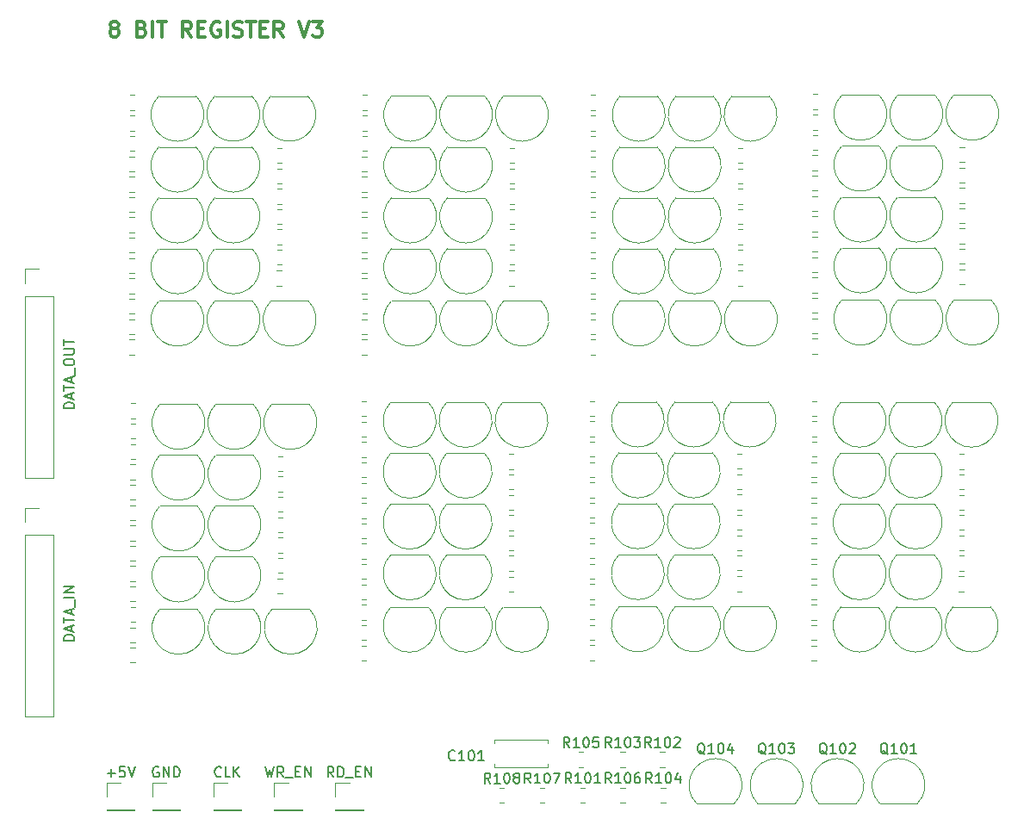
<source format=gbr>
%TF.GenerationSoftware,KiCad,Pcbnew,9.0.7*%
%TF.CreationDate,2026-01-15T13:11:20+00:00*%
%TF.ProjectId,reg,7265672e-6b69-4636-9164-5f7063625858,rev?*%
%TF.SameCoordinates,Original*%
%TF.FileFunction,Legend,Top*%
%TF.FilePolarity,Positive*%
%FSLAX46Y46*%
G04 Gerber Fmt 4.6, Leading zero omitted, Abs format (unit mm)*
G04 Created by KiCad (PCBNEW 9.0.7) date 2026-01-15 13:11:20*
%MOMM*%
%LPD*%
G01*
G04 APERTURE LIST*
%ADD10C,0.300000*%
%ADD11C,0.150000*%
%ADD12C,0.120000*%
G04 APERTURE END LIST*
D10*
X25268796Y-18943685D02*
X25125939Y-18872257D01*
X25125939Y-18872257D02*
X25054510Y-18800828D01*
X25054510Y-18800828D02*
X24983082Y-18657971D01*
X24983082Y-18657971D02*
X24983082Y-18586542D01*
X24983082Y-18586542D02*
X25054510Y-18443685D01*
X25054510Y-18443685D02*
X25125939Y-18372257D01*
X25125939Y-18372257D02*
X25268796Y-18300828D01*
X25268796Y-18300828D02*
X25554510Y-18300828D01*
X25554510Y-18300828D02*
X25697368Y-18372257D01*
X25697368Y-18372257D02*
X25768796Y-18443685D01*
X25768796Y-18443685D02*
X25840225Y-18586542D01*
X25840225Y-18586542D02*
X25840225Y-18657971D01*
X25840225Y-18657971D02*
X25768796Y-18800828D01*
X25768796Y-18800828D02*
X25697368Y-18872257D01*
X25697368Y-18872257D02*
X25554510Y-18943685D01*
X25554510Y-18943685D02*
X25268796Y-18943685D01*
X25268796Y-18943685D02*
X25125939Y-19015114D01*
X25125939Y-19015114D02*
X25054510Y-19086542D01*
X25054510Y-19086542D02*
X24983082Y-19229400D01*
X24983082Y-19229400D02*
X24983082Y-19515114D01*
X24983082Y-19515114D02*
X25054510Y-19657971D01*
X25054510Y-19657971D02*
X25125939Y-19729400D01*
X25125939Y-19729400D02*
X25268796Y-19800828D01*
X25268796Y-19800828D02*
X25554510Y-19800828D01*
X25554510Y-19800828D02*
X25697368Y-19729400D01*
X25697368Y-19729400D02*
X25768796Y-19657971D01*
X25768796Y-19657971D02*
X25840225Y-19515114D01*
X25840225Y-19515114D02*
X25840225Y-19229400D01*
X25840225Y-19229400D02*
X25768796Y-19086542D01*
X25768796Y-19086542D02*
X25697368Y-19015114D01*
X25697368Y-19015114D02*
X25554510Y-18943685D01*
X28125938Y-19015114D02*
X28340224Y-19086542D01*
X28340224Y-19086542D02*
X28411653Y-19157971D01*
X28411653Y-19157971D02*
X28483081Y-19300828D01*
X28483081Y-19300828D02*
X28483081Y-19515114D01*
X28483081Y-19515114D02*
X28411653Y-19657971D01*
X28411653Y-19657971D02*
X28340224Y-19729400D01*
X28340224Y-19729400D02*
X28197367Y-19800828D01*
X28197367Y-19800828D02*
X27625938Y-19800828D01*
X27625938Y-19800828D02*
X27625938Y-18300828D01*
X27625938Y-18300828D02*
X28125938Y-18300828D01*
X28125938Y-18300828D02*
X28268796Y-18372257D01*
X28268796Y-18372257D02*
X28340224Y-18443685D01*
X28340224Y-18443685D02*
X28411653Y-18586542D01*
X28411653Y-18586542D02*
X28411653Y-18729400D01*
X28411653Y-18729400D02*
X28340224Y-18872257D01*
X28340224Y-18872257D02*
X28268796Y-18943685D01*
X28268796Y-18943685D02*
X28125938Y-19015114D01*
X28125938Y-19015114D02*
X27625938Y-19015114D01*
X29125938Y-19800828D02*
X29125938Y-18300828D01*
X29625939Y-18300828D02*
X30483082Y-18300828D01*
X30054510Y-19800828D02*
X30054510Y-18300828D01*
X32983081Y-19800828D02*
X32483081Y-19086542D01*
X32125938Y-19800828D02*
X32125938Y-18300828D01*
X32125938Y-18300828D02*
X32697367Y-18300828D01*
X32697367Y-18300828D02*
X32840224Y-18372257D01*
X32840224Y-18372257D02*
X32911653Y-18443685D01*
X32911653Y-18443685D02*
X32983081Y-18586542D01*
X32983081Y-18586542D02*
X32983081Y-18800828D01*
X32983081Y-18800828D02*
X32911653Y-18943685D01*
X32911653Y-18943685D02*
X32840224Y-19015114D01*
X32840224Y-19015114D02*
X32697367Y-19086542D01*
X32697367Y-19086542D02*
X32125938Y-19086542D01*
X33625938Y-19015114D02*
X34125938Y-19015114D01*
X34340224Y-19800828D02*
X33625938Y-19800828D01*
X33625938Y-19800828D02*
X33625938Y-18300828D01*
X33625938Y-18300828D02*
X34340224Y-18300828D01*
X35768796Y-18372257D02*
X35625939Y-18300828D01*
X35625939Y-18300828D02*
X35411653Y-18300828D01*
X35411653Y-18300828D02*
X35197367Y-18372257D01*
X35197367Y-18372257D02*
X35054510Y-18515114D01*
X35054510Y-18515114D02*
X34983081Y-18657971D01*
X34983081Y-18657971D02*
X34911653Y-18943685D01*
X34911653Y-18943685D02*
X34911653Y-19157971D01*
X34911653Y-19157971D02*
X34983081Y-19443685D01*
X34983081Y-19443685D02*
X35054510Y-19586542D01*
X35054510Y-19586542D02*
X35197367Y-19729400D01*
X35197367Y-19729400D02*
X35411653Y-19800828D01*
X35411653Y-19800828D02*
X35554510Y-19800828D01*
X35554510Y-19800828D02*
X35768796Y-19729400D01*
X35768796Y-19729400D02*
X35840224Y-19657971D01*
X35840224Y-19657971D02*
X35840224Y-19157971D01*
X35840224Y-19157971D02*
X35554510Y-19157971D01*
X36483081Y-19800828D02*
X36483081Y-18300828D01*
X37125939Y-19729400D02*
X37340225Y-19800828D01*
X37340225Y-19800828D02*
X37697367Y-19800828D01*
X37697367Y-19800828D02*
X37840225Y-19729400D01*
X37840225Y-19729400D02*
X37911653Y-19657971D01*
X37911653Y-19657971D02*
X37983082Y-19515114D01*
X37983082Y-19515114D02*
X37983082Y-19372257D01*
X37983082Y-19372257D02*
X37911653Y-19229400D01*
X37911653Y-19229400D02*
X37840225Y-19157971D01*
X37840225Y-19157971D02*
X37697367Y-19086542D01*
X37697367Y-19086542D02*
X37411653Y-19015114D01*
X37411653Y-19015114D02*
X37268796Y-18943685D01*
X37268796Y-18943685D02*
X37197367Y-18872257D01*
X37197367Y-18872257D02*
X37125939Y-18729400D01*
X37125939Y-18729400D02*
X37125939Y-18586542D01*
X37125939Y-18586542D02*
X37197367Y-18443685D01*
X37197367Y-18443685D02*
X37268796Y-18372257D01*
X37268796Y-18372257D02*
X37411653Y-18300828D01*
X37411653Y-18300828D02*
X37768796Y-18300828D01*
X37768796Y-18300828D02*
X37983082Y-18372257D01*
X38411653Y-18300828D02*
X39268796Y-18300828D01*
X38840224Y-19800828D02*
X38840224Y-18300828D01*
X39768795Y-19015114D02*
X40268795Y-19015114D01*
X40483081Y-19800828D02*
X39768795Y-19800828D01*
X39768795Y-19800828D02*
X39768795Y-18300828D01*
X39768795Y-18300828D02*
X40483081Y-18300828D01*
X41983081Y-19800828D02*
X41483081Y-19086542D01*
X41125938Y-19800828D02*
X41125938Y-18300828D01*
X41125938Y-18300828D02*
X41697367Y-18300828D01*
X41697367Y-18300828D02*
X41840224Y-18372257D01*
X41840224Y-18372257D02*
X41911653Y-18443685D01*
X41911653Y-18443685D02*
X41983081Y-18586542D01*
X41983081Y-18586542D02*
X41983081Y-18800828D01*
X41983081Y-18800828D02*
X41911653Y-18943685D01*
X41911653Y-18943685D02*
X41840224Y-19015114D01*
X41840224Y-19015114D02*
X41697367Y-19086542D01*
X41697367Y-19086542D02*
X41125938Y-19086542D01*
X43554510Y-18300828D02*
X44054510Y-19800828D01*
X44054510Y-19800828D02*
X44554510Y-18300828D01*
X44911652Y-18300828D02*
X45840224Y-18300828D01*
X45840224Y-18300828D02*
X45340224Y-18872257D01*
X45340224Y-18872257D02*
X45554509Y-18872257D01*
X45554509Y-18872257D02*
X45697367Y-18943685D01*
X45697367Y-18943685D02*
X45768795Y-19015114D01*
X45768795Y-19015114D02*
X45840224Y-19157971D01*
X45840224Y-19157971D02*
X45840224Y-19515114D01*
X45840224Y-19515114D02*
X45768795Y-19657971D01*
X45768795Y-19657971D02*
X45697367Y-19729400D01*
X45697367Y-19729400D02*
X45554509Y-19800828D01*
X45554509Y-19800828D02*
X45125938Y-19800828D01*
X45125938Y-19800828D02*
X44983081Y-19729400D01*
X44983081Y-19729400D02*
X44911652Y-19657971D01*
D11*
X29738095Y-91622438D02*
X29642857Y-91574819D01*
X29642857Y-91574819D02*
X29500000Y-91574819D01*
X29500000Y-91574819D02*
X29357143Y-91622438D01*
X29357143Y-91622438D02*
X29261905Y-91717676D01*
X29261905Y-91717676D02*
X29214286Y-91812914D01*
X29214286Y-91812914D02*
X29166667Y-92003390D01*
X29166667Y-92003390D02*
X29166667Y-92146247D01*
X29166667Y-92146247D02*
X29214286Y-92336723D01*
X29214286Y-92336723D02*
X29261905Y-92431961D01*
X29261905Y-92431961D02*
X29357143Y-92527200D01*
X29357143Y-92527200D02*
X29500000Y-92574819D01*
X29500000Y-92574819D02*
X29595238Y-92574819D01*
X29595238Y-92574819D02*
X29738095Y-92527200D01*
X29738095Y-92527200D02*
X29785714Y-92479580D01*
X29785714Y-92479580D02*
X29785714Y-92146247D01*
X29785714Y-92146247D02*
X29595238Y-92146247D01*
X30214286Y-92574819D02*
X30214286Y-91574819D01*
X30214286Y-91574819D02*
X30785714Y-92574819D01*
X30785714Y-92574819D02*
X30785714Y-91574819D01*
X31261905Y-92574819D02*
X31261905Y-91574819D01*
X31261905Y-91574819D02*
X31500000Y-91574819D01*
X31500000Y-91574819D02*
X31642857Y-91622438D01*
X31642857Y-91622438D02*
X31738095Y-91717676D01*
X31738095Y-91717676D02*
X31785714Y-91812914D01*
X31785714Y-91812914D02*
X31833333Y-92003390D01*
X31833333Y-92003390D02*
X31833333Y-92146247D01*
X31833333Y-92146247D02*
X31785714Y-92336723D01*
X31785714Y-92336723D02*
X31738095Y-92431961D01*
X31738095Y-92431961D02*
X31642857Y-92527200D01*
X31642857Y-92527200D02*
X31500000Y-92574819D01*
X31500000Y-92574819D02*
X31261905Y-92574819D01*
X21454819Y-56309523D02*
X20454819Y-56309523D01*
X20454819Y-56309523D02*
X20454819Y-56071428D01*
X20454819Y-56071428D02*
X20502438Y-55928571D01*
X20502438Y-55928571D02*
X20597676Y-55833333D01*
X20597676Y-55833333D02*
X20692914Y-55785714D01*
X20692914Y-55785714D02*
X20883390Y-55738095D01*
X20883390Y-55738095D02*
X21026247Y-55738095D01*
X21026247Y-55738095D02*
X21216723Y-55785714D01*
X21216723Y-55785714D02*
X21311961Y-55833333D01*
X21311961Y-55833333D02*
X21407200Y-55928571D01*
X21407200Y-55928571D02*
X21454819Y-56071428D01*
X21454819Y-56071428D02*
X21454819Y-56309523D01*
X21169104Y-55357142D02*
X21169104Y-54880952D01*
X21454819Y-55452380D02*
X20454819Y-55119047D01*
X20454819Y-55119047D02*
X21454819Y-54785714D01*
X20454819Y-54595237D02*
X20454819Y-54023809D01*
X21454819Y-54309523D02*
X20454819Y-54309523D01*
X21169104Y-53738094D02*
X21169104Y-53261904D01*
X21454819Y-53833332D02*
X20454819Y-53499999D01*
X20454819Y-53499999D02*
X21454819Y-53166666D01*
X21550057Y-53071428D02*
X21550057Y-52309523D01*
X20454819Y-51880951D02*
X20454819Y-51690475D01*
X20454819Y-51690475D02*
X20502438Y-51595237D01*
X20502438Y-51595237D02*
X20597676Y-51499999D01*
X20597676Y-51499999D02*
X20788152Y-51452380D01*
X20788152Y-51452380D02*
X21121485Y-51452380D01*
X21121485Y-51452380D02*
X21311961Y-51499999D01*
X21311961Y-51499999D02*
X21407200Y-51595237D01*
X21407200Y-51595237D02*
X21454819Y-51690475D01*
X21454819Y-51690475D02*
X21454819Y-51880951D01*
X21454819Y-51880951D02*
X21407200Y-51976189D01*
X21407200Y-51976189D02*
X21311961Y-52071427D01*
X21311961Y-52071427D02*
X21121485Y-52119046D01*
X21121485Y-52119046D02*
X20788152Y-52119046D01*
X20788152Y-52119046D02*
X20597676Y-52071427D01*
X20597676Y-52071427D02*
X20502438Y-51976189D01*
X20502438Y-51976189D02*
X20454819Y-51880951D01*
X20454819Y-51023808D02*
X21264342Y-51023808D01*
X21264342Y-51023808D02*
X21359580Y-50976189D01*
X21359580Y-50976189D02*
X21407200Y-50928570D01*
X21407200Y-50928570D02*
X21454819Y-50833332D01*
X21454819Y-50833332D02*
X21454819Y-50642856D01*
X21454819Y-50642856D02*
X21407200Y-50547618D01*
X21407200Y-50547618D02*
X21359580Y-50499999D01*
X21359580Y-50499999D02*
X21264342Y-50452380D01*
X21264342Y-50452380D02*
X20454819Y-50452380D01*
X20454819Y-50119046D02*
X20454819Y-49547618D01*
X21454819Y-49833332D02*
X20454819Y-49833332D01*
X78163130Y-89665228D02*
X77829797Y-89189037D01*
X77591702Y-89665228D02*
X77591702Y-88665228D01*
X77591702Y-88665228D02*
X77972654Y-88665228D01*
X77972654Y-88665228D02*
X78067892Y-88712847D01*
X78067892Y-88712847D02*
X78115511Y-88760466D01*
X78115511Y-88760466D02*
X78163130Y-88855704D01*
X78163130Y-88855704D02*
X78163130Y-88998561D01*
X78163130Y-88998561D02*
X78115511Y-89093799D01*
X78115511Y-89093799D02*
X78067892Y-89141418D01*
X78067892Y-89141418D02*
X77972654Y-89189037D01*
X77972654Y-89189037D02*
X77591702Y-89189037D01*
X79115511Y-89665228D02*
X78544083Y-89665228D01*
X78829797Y-89665228D02*
X78829797Y-88665228D01*
X78829797Y-88665228D02*
X78734559Y-88808085D01*
X78734559Y-88808085D02*
X78639321Y-88903323D01*
X78639321Y-88903323D02*
X78544083Y-88950942D01*
X79734559Y-88665228D02*
X79829797Y-88665228D01*
X79829797Y-88665228D02*
X79925035Y-88712847D01*
X79925035Y-88712847D02*
X79972654Y-88760466D01*
X79972654Y-88760466D02*
X80020273Y-88855704D01*
X80020273Y-88855704D02*
X80067892Y-89046180D01*
X80067892Y-89046180D02*
X80067892Y-89284275D01*
X80067892Y-89284275D02*
X80020273Y-89474751D01*
X80020273Y-89474751D02*
X79972654Y-89569989D01*
X79972654Y-89569989D02*
X79925035Y-89617609D01*
X79925035Y-89617609D02*
X79829797Y-89665228D01*
X79829797Y-89665228D02*
X79734559Y-89665228D01*
X79734559Y-89665228D02*
X79639321Y-89617609D01*
X79639321Y-89617609D02*
X79591702Y-89569989D01*
X79591702Y-89569989D02*
X79544083Y-89474751D01*
X79544083Y-89474751D02*
X79496464Y-89284275D01*
X79496464Y-89284275D02*
X79496464Y-89046180D01*
X79496464Y-89046180D02*
X79544083Y-88855704D01*
X79544083Y-88855704D02*
X79591702Y-88760466D01*
X79591702Y-88760466D02*
X79639321Y-88712847D01*
X79639321Y-88712847D02*
X79734559Y-88665228D01*
X80448845Y-88760466D02*
X80496464Y-88712847D01*
X80496464Y-88712847D02*
X80591702Y-88665228D01*
X80591702Y-88665228D02*
X80829797Y-88665228D01*
X80829797Y-88665228D02*
X80925035Y-88712847D01*
X80925035Y-88712847D02*
X80972654Y-88760466D01*
X80972654Y-88760466D02*
X81020273Y-88855704D01*
X81020273Y-88855704D02*
X81020273Y-88950942D01*
X81020273Y-88950942D02*
X80972654Y-89093799D01*
X80972654Y-89093799D02*
X80401226Y-89665228D01*
X80401226Y-89665228D02*
X81020273Y-89665228D01*
X101452380Y-90350057D02*
X101357142Y-90302438D01*
X101357142Y-90302438D02*
X101261904Y-90207200D01*
X101261904Y-90207200D02*
X101119047Y-90064342D01*
X101119047Y-90064342D02*
X101023809Y-90016723D01*
X101023809Y-90016723D02*
X100928571Y-90016723D01*
X100976190Y-90254819D02*
X100880952Y-90207200D01*
X100880952Y-90207200D02*
X100785714Y-90111961D01*
X100785714Y-90111961D02*
X100738095Y-89921485D01*
X100738095Y-89921485D02*
X100738095Y-89588152D01*
X100738095Y-89588152D02*
X100785714Y-89397676D01*
X100785714Y-89397676D02*
X100880952Y-89302438D01*
X100880952Y-89302438D02*
X100976190Y-89254819D01*
X100976190Y-89254819D02*
X101166666Y-89254819D01*
X101166666Y-89254819D02*
X101261904Y-89302438D01*
X101261904Y-89302438D02*
X101357142Y-89397676D01*
X101357142Y-89397676D02*
X101404761Y-89588152D01*
X101404761Y-89588152D02*
X101404761Y-89921485D01*
X101404761Y-89921485D02*
X101357142Y-90111961D01*
X101357142Y-90111961D02*
X101261904Y-90207200D01*
X101261904Y-90207200D02*
X101166666Y-90254819D01*
X101166666Y-90254819D02*
X100976190Y-90254819D01*
X102357142Y-90254819D02*
X101785714Y-90254819D01*
X102071428Y-90254819D02*
X102071428Y-89254819D01*
X102071428Y-89254819D02*
X101976190Y-89397676D01*
X101976190Y-89397676D02*
X101880952Y-89492914D01*
X101880952Y-89492914D02*
X101785714Y-89540533D01*
X102976190Y-89254819D02*
X103071428Y-89254819D01*
X103071428Y-89254819D02*
X103166666Y-89302438D01*
X103166666Y-89302438D02*
X103214285Y-89350057D01*
X103214285Y-89350057D02*
X103261904Y-89445295D01*
X103261904Y-89445295D02*
X103309523Y-89635771D01*
X103309523Y-89635771D02*
X103309523Y-89873866D01*
X103309523Y-89873866D02*
X103261904Y-90064342D01*
X103261904Y-90064342D02*
X103214285Y-90159580D01*
X103214285Y-90159580D02*
X103166666Y-90207200D01*
X103166666Y-90207200D02*
X103071428Y-90254819D01*
X103071428Y-90254819D02*
X102976190Y-90254819D01*
X102976190Y-90254819D02*
X102880952Y-90207200D01*
X102880952Y-90207200D02*
X102833333Y-90159580D01*
X102833333Y-90159580D02*
X102785714Y-90064342D01*
X102785714Y-90064342D02*
X102738095Y-89873866D01*
X102738095Y-89873866D02*
X102738095Y-89635771D01*
X102738095Y-89635771D02*
X102785714Y-89445295D01*
X102785714Y-89445295D02*
X102833333Y-89350057D01*
X102833333Y-89350057D02*
X102880952Y-89302438D01*
X102880952Y-89302438D02*
X102976190Y-89254819D01*
X104261904Y-90254819D02*
X103690476Y-90254819D01*
X103976190Y-90254819D02*
X103976190Y-89254819D01*
X103976190Y-89254819D02*
X103880952Y-89397676D01*
X103880952Y-89397676D02*
X103785714Y-89492914D01*
X103785714Y-89492914D02*
X103690476Y-89540533D01*
X74250630Y-93165228D02*
X73917297Y-92689037D01*
X73679202Y-93165228D02*
X73679202Y-92165228D01*
X73679202Y-92165228D02*
X74060154Y-92165228D01*
X74060154Y-92165228D02*
X74155392Y-92212847D01*
X74155392Y-92212847D02*
X74203011Y-92260466D01*
X74203011Y-92260466D02*
X74250630Y-92355704D01*
X74250630Y-92355704D02*
X74250630Y-92498561D01*
X74250630Y-92498561D02*
X74203011Y-92593799D01*
X74203011Y-92593799D02*
X74155392Y-92641418D01*
X74155392Y-92641418D02*
X74060154Y-92689037D01*
X74060154Y-92689037D02*
X73679202Y-92689037D01*
X75203011Y-93165228D02*
X74631583Y-93165228D01*
X74917297Y-93165228D02*
X74917297Y-92165228D01*
X74917297Y-92165228D02*
X74822059Y-92308085D01*
X74822059Y-92308085D02*
X74726821Y-92403323D01*
X74726821Y-92403323D02*
X74631583Y-92450942D01*
X75822059Y-92165228D02*
X75917297Y-92165228D01*
X75917297Y-92165228D02*
X76012535Y-92212847D01*
X76012535Y-92212847D02*
X76060154Y-92260466D01*
X76060154Y-92260466D02*
X76107773Y-92355704D01*
X76107773Y-92355704D02*
X76155392Y-92546180D01*
X76155392Y-92546180D02*
X76155392Y-92784275D01*
X76155392Y-92784275D02*
X76107773Y-92974751D01*
X76107773Y-92974751D02*
X76060154Y-93069989D01*
X76060154Y-93069989D02*
X76012535Y-93117609D01*
X76012535Y-93117609D02*
X75917297Y-93165228D01*
X75917297Y-93165228D02*
X75822059Y-93165228D01*
X75822059Y-93165228D02*
X75726821Y-93117609D01*
X75726821Y-93117609D02*
X75679202Y-93069989D01*
X75679202Y-93069989D02*
X75631583Y-92974751D01*
X75631583Y-92974751D02*
X75583964Y-92784275D01*
X75583964Y-92784275D02*
X75583964Y-92546180D01*
X75583964Y-92546180D02*
X75631583Y-92355704D01*
X75631583Y-92355704D02*
X75679202Y-92260466D01*
X75679202Y-92260466D02*
X75726821Y-92212847D01*
X75726821Y-92212847D02*
X75822059Y-92165228D01*
X77012535Y-92165228D02*
X76822059Y-92165228D01*
X76822059Y-92165228D02*
X76726821Y-92212847D01*
X76726821Y-92212847D02*
X76679202Y-92260466D01*
X76679202Y-92260466D02*
X76583964Y-92403323D01*
X76583964Y-92403323D02*
X76536345Y-92593799D01*
X76536345Y-92593799D02*
X76536345Y-92974751D01*
X76536345Y-92974751D02*
X76583964Y-93069989D01*
X76583964Y-93069989D02*
X76631583Y-93117609D01*
X76631583Y-93117609D02*
X76726821Y-93165228D01*
X76726821Y-93165228D02*
X76917297Y-93165228D01*
X76917297Y-93165228D02*
X77012535Y-93117609D01*
X77012535Y-93117609D02*
X77060154Y-93069989D01*
X77060154Y-93069989D02*
X77107773Y-92974751D01*
X77107773Y-92974751D02*
X77107773Y-92736656D01*
X77107773Y-92736656D02*
X77060154Y-92641418D01*
X77060154Y-92641418D02*
X77012535Y-92593799D01*
X77012535Y-92593799D02*
X76917297Y-92546180D01*
X76917297Y-92546180D02*
X76726821Y-92546180D01*
X76726821Y-92546180D02*
X76631583Y-92593799D01*
X76631583Y-92593799D02*
X76583964Y-92641418D01*
X76583964Y-92641418D02*
X76536345Y-92736656D01*
X66324953Y-93171420D02*
X65991620Y-92695229D01*
X65753525Y-93171420D02*
X65753525Y-92171420D01*
X65753525Y-92171420D02*
X66134477Y-92171420D01*
X66134477Y-92171420D02*
X66229715Y-92219039D01*
X66229715Y-92219039D02*
X66277334Y-92266658D01*
X66277334Y-92266658D02*
X66324953Y-92361896D01*
X66324953Y-92361896D02*
X66324953Y-92504753D01*
X66324953Y-92504753D02*
X66277334Y-92599991D01*
X66277334Y-92599991D02*
X66229715Y-92647610D01*
X66229715Y-92647610D02*
X66134477Y-92695229D01*
X66134477Y-92695229D02*
X65753525Y-92695229D01*
X67277334Y-93171420D02*
X66705906Y-93171420D01*
X66991620Y-93171420D02*
X66991620Y-92171420D01*
X66991620Y-92171420D02*
X66896382Y-92314277D01*
X66896382Y-92314277D02*
X66801144Y-92409515D01*
X66801144Y-92409515D02*
X66705906Y-92457134D01*
X67896382Y-92171420D02*
X67991620Y-92171420D01*
X67991620Y-92171420D02*
X68086858Y-92219039D01*
X68086858Y-92219039D02*
X68134477Y-92266658D01*
X68134477Y-92266658D02*
X68182096Y-92361896D01*
X68182096Y-92361896D02*
X68229715Y-92552372D01*
X68229715Y-92552372D02*
X68229715Y-92790467D01*
X68229715Y-92790467D02*
X68182096Y-92980943D01*
X68182096Y-92980943D02*
X68134477Y-93076181D01*
X68134477Y-93076181D02*
X68086858Y-93123801D01*
X68086858Y-93123801D02*
X67991620Y-93171420D01*
X67991620Y-93171420D02*
X67896382Y-93171420D01*
X67896382Y-93171420D02*
X67801144Y-93123801D01*
X67801144Y-93123801D02*
X67753525Y-93076181D01*
X67753525Y-93076181D02*
X67705906Y-92980943D01*
X67705906Y-92980943D02*
X67658287Y-92790467D01*
X67658287Y-92790467D02*
X67658287Y-92552372D01*
X67658287Y-92552372D02*
X67705906Y-92361896D01*
X67705906Y-92361896D02*
X67753525Y-92266658D01*
X67753525Y-92266658D02*
X67801144Y-92219039D01*
X67801144Y-92219039D02*
X67896382Y-92171420D01*
X68563049Y-92171420D02*
X69229715Y-92171420D01*
X69229715Y-92171420D02*
X68801144Y-93171420D01*
X95452380Y-90350057D02*
X95357142Y-90302438D01*
X95357142Y-90302438D02*
X95261904Y-90207200D01*
X95261904Y-90207200D02*
X95119047Y-90064342D01*
X95119047Y-90064342D02*
X95023809Y-90016723D01*
X95023809Y-90016723D02*
X94928571Y-90016723D01*
X94976190Y-90254819D02*
X94880952Y-90207200D01*
X94880952Y-90207200D02*
X94785714Y-90111961D01*
X94785714Y-90111961D02*
X94738095Y-89921485D01*
X94738095Y-89921485D02*
X94738095Y-89588152D01*
X94738095Y-89588152D02*
X94785714Y-89397676D01*
X94785714Y-89397676D02*
X94880952Y-89302438D01*
X94880952Y-89302438D02*
X94976190Y-89254819D01*
X94976190Y-89254819D02*
X95166666Y-89254819D01*
X95166666Y-89254819D02*
X95261904Y-89302438D01*
X95261904Y-89302438D02*
X95357142Y-89397676D01*
X95357142Y-89397676D02*
X95404761Y-89588152D01*
X95404761Y-89588152D02*
X95404761Y-89921485D01*
X95404761Y-89921485D02*
X95357142Y-90111961D01*
X95357142Y-90111961D02*
X95261904Y-90207200D01*
X95261904Y-90207200D02*
X95166666Y-90254819D01*
X95166666Y-90254819D02*
X94976190Y-90254819D01*
X96357142Y-90254819D02*
X95785714Y-90254819D01*
X96071428Y-90254819D02*
X96071428Y-89254819D01*
X96071428Y-89254819D02*
X95976190Y-89397676D01*
X95976190Y-89397676D02*
X95880952Y-89492914D01*
X95880952Y-89492914D02*
X95785714Y-89540533D01*
X96976190Y-89254819D02*
X97071428Y-89254819D01*
X97071428Y-89254819D02*
X97166666Y-89302438D01*
X97166666Y-89302438D02*
X97214285Y-89350057D01*
X97214285Y-89350057D02*
X97261904Y-89445295D01*
X97261904Y-89445295D02*
X97309523Y-89635771D01*
X97309523Y-89635771D02*
X97309523Y-89873866D01*
X97309523Y-89873866D02*
X97261904Y-90064342D01*
X97261904Y-90064342D02*
X97214285Y-90159580D01*
X97214285Y-90159580D02*
X97166666Y-90207200D01*
X97166666Y-90207200D02*
X97071428Y-90254819D01*
X97071428Y-90254819D02*
X96976190Y-90254819D01*
X96976190Y-90254819D02*
X96880952Y-90207200D01*
X96880952Y-90207200D02*
X96833333Y-90159580D01*
X96833333Y-90159580D02*
X96785714Y-90064342D01*
X96785714Y-90064342D02*
X96738095Y-89873866D01*
X96738095Y-89873866D02*
X96738095Y-89635771D01*
X96738095Y-89635771D02*
X96785714Y-89445295D01*
X96785714Y-89445295D02*
X96833333Y-89350057D01*
X96833333Y-89350057D02*
X96880952Y-89302438D01*
X96880952Y-89302438D02*
X96976190Y-89254819D01*
X97690476Y-89350057D02*
X97738095Y-89302438D01*
X97738095Y-89302438D02*
X97833333Y-89254819D01*
X97833333Y-89254819D02*
X98071428Y-89254819D01*
X98071428Y-89254819D02*
X98166666Y-89302438D01*
X98166666Y-89302438D02*
X98214285Y-89350057D01*
X98214285Y-89350057D02*
X98261904Y-89445295D01*
X98261904Y-89445295D02*
X98261904Y-89540533D01*
X98261904Y-89540533D02*
X98214285Y-89683390D01*
X98214285Y-89683390D02*
X97642857Y-90254819D01*
X97642857Y-90254819D02*
X98261904Y-90254819D01*
X58880952Y-90859580D02*
X58833333Y-90907200D01*
X58833333Y-90907200D02*
X58690476Y-90954819D01*
X58690476Y-90954819D02*
X58595238Y-90954819D01*
X58595238Y-90954819D02*
X58452381Y-90907200D01*
X58452381Y-90907200D02*
X58357143Y-90811961D01*
X58357143Y-90811961D02*
X58309524Y-90716723D01*
X58309524Y-90716723D02*
X58261905Y-90526247D01*
X58261905Y-90526247D02*
X58261905Y-90383390D01*
X58261905Y-90383390D02*
X58309524Y-90192914D01*
X58309524Y-90192914D02*
X58357143Y-90097676D01*
X58357143Y-90097676D02*
X58452381Y-90002438D01*
X58452381Y-90002438D02*
X58595238Y-89954819D01*
X58595238Y-89954819D02*
X58690476Y-89954819D01*
X58690476Y-89954819D02*
X58833333Y-90002438D01*
X58833333Y-90002438D02*
X58880952Y-90050057D01*
X59833333Y-90954819D02*
X59261905Y-90954819D01*
X59547619Y-90954819D02*
X59547619Y-89954819D01*
X59547619Y-89954819D02*
X59452381Y-90097676D01*
X59452381Y-90097676D02*
X59357143Y-90192914D01*
X59357143Y-90192914D02*
X59261905Y-90240533D01*
X60452381Y-89954819D02*
X60547619Y-89954819D01*
X60547619Y-89954819D02*
X60642857Y-90002438D01*
X60642857Y-90002438D02*
X60690476Y-90050057D01*
X60690476Y-90050057D02*
X60738095Y-90145295D01*
X60738095Y-90145295D02*
X60785714Y-90335771D01*
X60785714Y-90335771D02*
X60785714Y-90573866D01*
X60785714Y-90573866D02*
X60738095Y-90764342D01*
X60738095Y-90764342D02*
X60690476Y-90859580D01*
X60690476Y-90859580D02*
X60642857Y-90907200D01*
X60642857Y-90907200D02*
X60547619Y-90954819D01*
X60547619Y-90954819D02*
X60452381Y-90954819D01*
X60452381Y-90954819D02*
X60357143Y-90907200D01*
X60357143Y-90907200D02*
X60309524Y-90859580D01*
X60309524Y-90859580D02*
X60261905Y-90764342D01*
X60261905Y-90764342D02*
X60214286Y-90573866D01*
X60214286Y-90573866D02*
X60214286Y-90335771D01*
X60214286Y-90335771D02*
X60261905Y-90145295D01*
X60261905Y-90145295D02*
X60309524Y-90050057D01*
X60309524Y-90050057D02*
X60357143Y-90002438D01*
X60357143Y-90002438D02*
X60452381Y-89954819D01*
X61738095Y-90954819D02*
X61166667Y-90954819D01*
X61452381Y-90954819D02*
X61452381Y-89954819D01*
X61452381Y-89954819D02*
X61357143Y-90097676D01*
X61357143Y-90097676D02*
X61261905Y-90192914D01*
X61261905Y-90192914D02*
X61166667Y-90240533D01*
X74250630Y-89665228D02*
X73917297Y-89189037D01*
X73679202Y-89665228D02*
X73679202Y-88665228D01*
X73679202Y-88665228D02*
X74060154Y-88665228D01*
X74060154Y-88665228D02*
X74155392Y-88712847D01*
X74155392Y-88712847D02*
X74203011Y-88760466D01*
X74203011Y-88760466D02*
X74250630Y-88855704D01*
X74250630Y-88855704D02*
X74250630Y-88998561D01*
X74250630Y-88998561D02*
X74203011Y-89093799D01*
X74203011Y-89093799D02*
X74155392Y-89141418D01*
X74155392Y-89141418D02*
X74060154Y-89189037D01*
X74060154Y-89189037D02*
X73679202Y-89189037D01*
X75203011Y-89665228D02*
X74631583Y-89665228D01*
X74917297Y-89665228D02*
X74917297Y-88665228D01*
X74917297Y-88665228D02*
X74822059Y-88808085D01*
X74822059Y-88808085D02*
X74726821Y-88903323D01*
X74726821Y-88903323D02*
X74631583Y-88950942D01*
X75822059Y-88665228D02*
X75917297Y-88665228D01*
X75917297Y-88665228D02*
X76012535Y-88712847D01*
X76012535Y-88712847D02*
X76060154Y-88760466D01*
X76060154Y-88760466D02*
X76107773Y-88855704D01*
X76107773Y-88855704D02*
X76155392Y-89046180D01*
X76155392Y-89046180D02*
X76155392Y-89284275D01*
X76155392Y-89284275D02*
X76107773Y-89474751D01*
X76107773Y-89474751D02*
X76060154Y-89569989D01*
X76060154Y-89569989D02*
X76012535Y-89617609D01*
X76012535Y-89617609D02*
X75917297Y-89665228D01*
X75917297Y-89665228D02*
X75822059Y-89665228D01*
X75822059Y-89665228D02*
X75726821Y-89617609D01*
X75726821Y-89617609D02*
X75679202Y-89569989D01*
X75679202Y-89569989D02*
X75631583Y-89474751D01*
X75631583Y-89474751D02*
X75583964Y-89284275D01*
X75583964Y-89284275D02*
X75583964Y-89046180D01*
X75583964Y-89046180D02*
X75631583Y-88855704D01*
X75631583Y-88855704D02*
X75679202Y-88760466D01*
X75679202Y-88760466D02*
X75726821Y-88712847D01*
X75726821Y-88712847D02*
X75822059Y-88665228D01*
X76488726Y-88665228D02*
X77107773Y-88665228D01*
X77107773Y-88665228D02*
X76774440Y-89046180D01*
X76774440Y-89046180D02*
X76917297Y-89046180D01*
X76917297Y-89046180D02*
X77012535Y-89093799D01*
X77012535Y-89093799D02*
X77060154Y-89141418D01*
X77060154Y-89141418D02*
X77107773Y-89236656D01*
X77107773Y-89236656D02*
X77107773Y-89474751D01*
X77107773Y-89474751D02*
X77060154Y-89569989D01*
X77060154Y-89569989D02*
X77012535Y-89617609D01*
X77012535Y-89617609D02*
X76917297Y-89665228D01*
X76917297Y-89665228D02*
X76631583Y-89665228D01*
X76631583Y-89665228D02*
X76536345Y-89617609D01*
X76536345Y-89617609D02*
X76488726Y-89569989D01*
X24714286Y-92193866D02*
X25476191Y-92193866D01*
X25095238Y-92574819D02*
X25095238Y-91812914D01*
X26428571Y-91574819D02*
X25952381Y-91574819D01*
X25952381Y-91574819D02*
X25904762Y-92051009D01*
X25904762Y-92051009D02*
X25952381Y-92003390D01*
X25952381Y-92003390D02*
X26047619Y-91955771D01*
X26047619Y-91955771D02*
X26285714Y-91955771D01*
X26285714Y-91955771D02*
X26380952Y-92003390D01*
X26380952Y-92003390D02*
X26428571Y-92051009D01*
X26428571Y-92051009D02*
X26476190Y-92146247D01*
X26476190Y-92146247D02*
X26476190Y-92384342D01*
X26476190Y-92384342D02*
X26428571Y-92479580D01*
X26428571Y-92479580D02*
X26380952Y-92527200D01*
X26380952Y-92527200D02*
X26285714Y-92574819D01*
X26285714Y-92574819D02*
X26047619Y-92574819D01*
X26047619Y-92574819D02*
X25952381Y-92527200D01*
X25952381Y-92527200D02*
X25904762Y-92479580D01*
X26761905Y-91574819D02*
X27095238Y-92574819D01*
X27095238Y-92574819D02*
X27428571Y-91574819D01*
X46952380Y-92574819D02*
X46619047Y-92098628D01*
X46380952Y-92574819D02*
X46380952Y-91574819D01*
X46380952Y-91574819D02*
X46761904Y-91574819D01*
X46761904Y-91574819D02*
X46857142Y-91622438D01*
X46857142Y-91622438D02*
X46904761Y-91670057D01*
X46904761Y-91670057D02*
X46952380Y-91765295D01*
X46952380Y-91765295D02*
X46952380Y-91908152D01*
X46952380Y-91908152D02*
X46904761Y-92003390D01*
X46904761Y-92003390D02*
X46857142Y-92051009D01*
X46857142Y-92051009D02*
X46761904Y-92098628D01*
X46761904Y-92098628D02*
X46380952Y-92098628D01*
X47380952Y-92574819D02*
X47380952Y-91574819D01*
X47380952Y-91574819D02*
X47619047Y-91574819D01*
X47619047Y-91574819D02*
X47761904Y-91622438D01*
X47761904Y-91622438D02*
X47857142Y-91717676D01*
X47857142Y-91717676D02*
X47904761Y-91812914D01*
X47904761Y-91812914D02*
X47952380Y-92003390D01*
X47952380Y-92003390D02*
X47952380Y-92146247D01*
X47952380Y-92146247D02*
X47904761Y-92336723D01*
X47904761Y-92336723D02*
X47857142Y-92431961D01*
X47857142Y-92431961D02*
X47761904Y-92527200D01*
X47761904Y-92527200D02*
X47619047Y-92574819D01*
X47619047Y-92574819D02*
X47380952Y-92574819D01*
X48142857Y-92670057D02*
X48904761Y-92670057D01*
X49142857Y-92051009D02*
X49476190Y-92051009D01*
X49619047Y-92574819D02*
X49142857Y-92574819D01*
X49142857Y-92574819D02*
X49142857Y-91574819D01*
X49142857Y-91574819D02*
X49619047Y-91574819D01*
X50047619Y-92574819D02*
X50047619Y-91574819D01*
X50047619Y-91574819D02*
X50619047Y-92574819D01*
X50619047Y-92574819D02*
X50619047Y-91574819D01*
X70163130Y-89665228D02*
X69829797Y-89189037D01*
X69591702Y-89665228D02*
X69591702Y-88665228D01*
X69591702Y-88665228D02*
X69972654Y-88665228D01*
X69972654Y-88665228D02*
X70067892Y-88712847D01*
X70067892Y-88712847D02*
X70115511Y-88760466D01*
X70115511Y-88760466D02*
X70163130Y-88855704D01*
X70163130Y-88855704D02*
X70163130Y-88998561D01*
X70163130Y-88998561D02*
X70115511Y-89093799D01*
X70115511Y-89093799D02*
X70067892Y-89141418D01*
X70067892Y-89141418D02*
X69972654Y-89189037D01*
X69972654Y-89189037D02*
X69591702Y-89189037D01*
X71115511Y-89665228D02*
X70544083Y-89665228D01*
X70829797Y-89665228D02*
X70829797Y-88665228D01*
X70829797Y-88665228D02*
X70734559Y-88808085D01*
X70734559Y-88808085D02*
X70639321Y-88903323D01*
X70639321Y-88903323D02*
X70544083Y-88950942D01*
X71734559Y-88665228D02*
X71829797Y-88665228D01*
X71829797Y-88665228D02*
X71925035Y-88712847D01*
X71925035Y-88712847D02*
X71972654Y-88760466D01*
X71972654Y-88760466D02*
X72020273Y-88855704D01*
X72020273Y-88855704D02*
X72067892Y-89046180D01*
X72067892Y-89046180D02*
X72067892Y-89284275D01*
X72067892Y-89284275D02*
X72020273Y-89474751D01*
X72020273Y-89474751D02*
X71972654Y-89569989D01*
X71972654Y-89569989D02*
X71925035Y-89617609D01*
X71925035Y-89617609D02*
X71829797Y-89665228D01*
X71829797Y-89665228D02*
X71734559Y-89665228D01*
X71734559Y-89665228D02*
X71639321Y-89617609D01*
X71639321Y-89617609D02*
X71591702Y-89569989D01*
X71591702Y-89569989D02*
X71544083Y-89474751D01*
X71544083Y-89474751D02*
X71496464Y-89284275D01*
X71496464Y-89284275D02*
X71496464Y-89046180D01*
X71496464Y-89046180D02*
X71544083Y-88855704D01*
X71544083Y-88855704D02*
X71591702Y-88760466D01*
X71591702Y-88760466D02*
X71639321Y-88712847D01*
X71639321Y-88712847D02*
X71734559Y-88665228D01*
X72972654Y-88665228D02*
X72496464Y-88665228D01*
X72496464Y-88665228D02*
X72448845Y-89141418D01*
X72448845Y-89141418D02*
X72496464Y-89093799D01*
X72496464Y-89093799D02*
X72591702Y-89046180D01*
X72591702Y-89046180D02*
X72829797Y-89046180D01*
X72829797Y-89046180D02*
X72925035Y-89093799D01*
X72925035Y-89093799D02*
X72972654Y-89141418D01*
X72972654Y-89141418D02*
X73020273Y-89236656D01*
X73020273Y-89236656D02*
X73020273Y-89474751D01*
X73020273Y-89474751D02*
X72972654Y-89569989D01*
X72972654Y-89569989D02*
X72925035Y-89617609D01*
X72925035Y-89617609D02*
X72829797Y-89665228D01*
X72829797Y-89665228D02*
X72591702Y-89665228D01*
X72591702Y-89665228D02*
X72496464Y-89617609D01*
X72496464Y-89617609D02*
X72448845Y-89569989D01*
X35904761Y-92479580D02*
X35857142Y-92527200D01*
X35857142Y-92527200D02*
X35714285Y-92574819D01*
X35714285Y-92574819D02*
X35619047Y-92574819D01*
X35619047Y-92574819D02*
X35476190Y-92527200D01*
X35476190Y-92527200D02*
X35380952Y-92431961D01*
X35380952Y-92431961D02*
X35333333Y-92336723D01*
X35333333Y-92336723D02*
X35285714Y-92146247D01*
X35285714Y-92146247D02*
X35285714Y-92003390D01*
X35285714Y-92003390D02*
X35333333Y-91812914D01*
X35333333Y-91812914D02*
X35380952Y-91717676D01*
X35380952Y-91717676D02*
X35476190Y-91622438D01*
X35476190Y-91622438D02*
X35619047Y-91574819D01*
X35619047Y-91574819D02*
X35714285Y-91574819D01*
X35714285Y-91574819D02*
X35857142Y-91622438D01*
X35857142Y-91622438D02*
X35904761Y-91670057D01*
X36809523Y-92574819D02*
X36333333Y-92574819D01*
X36333333Y-92574819D02*
X36333333Y-91574819D01*
X37142857Y-92574819D02*
X37142857Y-91574819D01*
X37714285Y-92574819D02*
X37285714Y-92003390D01*
X37714285Y-91574819D02*
X37142857Y-92146247D01*
X89452380Y-90350057D02*
X89357142Y-90302438D01*
X89357142Y-90302438D02*
X89261904Y-90207200D01*
X89261904Y-90207200D02*
X89119047Y-90064342D01*
X89119047Y-90064342D02*
X89023809Y-90016723D01*
X89023809Y-90016723D02*
X88928571Y-90016723D01*
X88976190Y-90254819D02*
X88880952Y-90207200D01*
X88880952Y-90207200D02*
X88785714Y-90111961D01*
X88785714Y-90111961D02*
X88738095Y-89921485D01*
X88738095Y-89921485D02*
X88738095Y-89588152D01*
X88738095Y-89588152D02*
X88785714Y-89397676D01*
X88785714Y-89397676D02*
X88880952Y-89302438D01*
X88880952Y-89302438D02*
X88976190Y-89254819D01*
X88976190Y-89254819D02*
X89166666Y-89254819D01*
X89166666Y-89254819D02*
X89261904Y-89302438D01*
X89261904Y-89302438D02*
X89357142Y-89397676D01*
X89357142Y-89397676D02*
X89404761Y-89588152D01*
X89404761Y-89588152D02*
X89404761Y-89921485D01*
X89404761Y-89921485D02*
X89357142Y-90111961D01*
X89357142Y-90111961D02*
X89261904Y-90207200D01*
X89261904Y-90207200D02*
X89166666Y-90254819D01*
X89166666Y-90254819D02*
X88976190Y-90254819D01*
X90357142Y-90254819D02*
X89785714Y-90254819D01*
X90071428Y-90254819D02*
X90071428Y-89254819D01*
X90071428Y-89254819D02*
X89976190Y-89397676D01*
X89976190Y-89397676D02*
X89880952Y-89492914D01*
X89880952Y-89492914D02*
X89785714Y-89540533D01*
X90976190Y-89254819D02*
X91071428Y-89254819D01*
X91071428Y-89254819D02*
X91166666Y-89302438D01*
X91166666Y-89302438D02*
X91214285Y-89350057D01*
X91214285Y-89350057D02*
X91261904Y-89445295D01*
X91261904Y-89445295D02*
X91309523Y-89635771D01*
X91309523Y-89635771D02*
X91309523Y-89873866D01*
X91309523Y-89873866D02*
X91261904Y-90064342D01*
X91261904Y-90064342D02*
X91214285Y-90159580D01*
X91214285Y-90159580D02*
X91166666Y-90207200D01*
X91166666Y-90207200D02*
X91071428Y-90254819D01*
X91071428Y-90254819D02*
X90976190Y-90254819D01*
X90976190Y-90254819D02*
X90880952Y-90207200D01*
X90880952Y-90207200D02*
X90833333Y-90159580D01*
X90833333Y-90159580D02*
X90785714Y-90064342D01*
X90785714Y-90064342D02*
X90738095Y-89873866D01*
X90738095Y-89873866D02*
X90738095Y-89635771D01*
X90738095Y-89635771D02*
X90785714Y-89445295D01*
X90785714Y-89445295D02*
X90833333Y-89350057D01*
X90833333Y-89350057D02*
X90880952Y-89302438D01*
X90880952Y-89302438D02*
X90976190Y-89254819D01*
X91642857Y-89254819D02*
X92261904Y-89254819D01*
X92261904Y-89254819D02*
X91928571Y-89635771D01*
X91928571Y-89635771D02*
X92071428Y-89635771D01*
X92071428Y-89635771D02*
X92166666Y-89683390D01*
X92166666Y-89683390D02*
X92214285Y-89731009D01*
X92214285Y-89731009D02*
X92261904Y-89826247D01*
X92261904Y-89826247D02*
X92261904Y-90064342D01*
X92261904Y-90064342D02*
X92214285Y-90159580D01*
X92214285Y-90159580D02*
X92166666Y-90207200D01*
X92166666Y-90207200D02*
X92071428Y-90254819D01*
X92071428Y-90254819D02*
X91785714Y-90254819D01*
X91785714Y-90254819D02*
X91690476Y-90207200D01*
X91690476Y-90207200D02*
X91642857Y-90159580D01*
X21454819Y-79142856D02*
X20454819Y-79142856D01*
X20454819Y-79142856D02*
X20454819Y-78904761D01*
X20454819Y-78904761D02*
X20502438Y-78761904D01*
X20502438Y-78761904D02*
X20597676Y-78666666D01*
X20597676Y-78666666D02*
X20692914Y-78619047D01*
X20692914Y-78619047D02*
X20883390Y-78571428D01*
X20883390Y-78571428D02*
X21026247Y-78571428D01*
X21026247Y-78571428D02*
X21216723Y-78619047D01*
X21216723Y-78619047D02*
X21311961Y-78666666D01*
X21311961Y-78666666D02*
X21407200Y-78761904D01*
X21407200Y-78761904D02*
X21454819Y-78904761D01*
X21454819Y-78904761D02*
X21454819Y-79142856D01*
X21169104Y-78190475D02*
X21169104Y-77714285D01*
X21454819Y-78285713D02*
X20454819Y-77952380D01*
X20454819Y-77952380D02*
X21454819Y-77619047D01*
X20454819Y-77428570D02*
X20454819Y-76857142D01*
X21454819Y-77142856D02*
X20454819Y-77142856D01*
X21169104Y-76571427D02*
X21169104Y-76095237D01*
X21454819Y-76666665D02*
X20454819Y-76333332D01*
X20454819Y-76333332D02*
X21454819Y-75999999D01*
X21550057Y-75904761D02*
X21550057Y-75142856D01*
X21454819Y-74904760D02*
X20454819Y-74904760D01*
X21454819Y-74428570D02*
X20454819Y-74428570D01*
X20454819Y-74428570D02*
X21454819Y-73857142D01*
X21454819Y-73857142D02*
X20454819Y-73857142D01*
X40214286Y-91574819D02*
X40452381Y-92574819D01*
X40452381Y-92574819D02*
X40642857Y-91860533D01*
X40642857Y-91860533D02*
X40833333Y-92574819D01*
X40833333Y-92574819D02*
X41071429Y-91574819D01*
X42023809Y-92574819D02*
X41690476Y-92098628D01*
X41452381Y-92574819D02*
X41452381Y-91574819D01*
X41452381Y-91574819D02*
X41833333Y-91574819D01*
X41833333Y-91574819D02*
X41928571Y-91622438D01*
X41928571Y-91622438D02*
X41976190Y-91670057D01*
X41976190Y-91670057D02*
X42023809Y-91765295D01*
X42023809Y-91765295D02*
X42023809Y-91908152D01*
X42023809Y-91908152D02*
X41976190Y-92003390D01*
X41976190Y-92003390D02*
X41928571Y-92051009D01*
X41928571Y-92051009D02*
X41833333Y-92098628D01*
X41833333Y-92098628D02*
X41452381Y-92098628D01*
X42214286Y-92670057D02*
X42976190Y-92670057D01*
X43214286Y-92051009D02*
X43547619Y-92051009D01*
X43690476Y-92574819D02*
X43214286Y-92574819D01*
X43214286Y-92574819D02*
X43214286Y-91574819D01*
X43214286Y-91574819D02*
X43690476Y-91574819D01*
X44119048Y-92574819D02*
X44119048Y-91574819D01*
X44119048Y-91574819D02*
X44690476Y-92574819D01*
X44690476Y-92574819D02*
X44690476Y-91574819D01*
X83452380Y-90350057D02*
X83357142Y-90302438D01*
X83357142Y-90302438D02*
X83261904Y-90207200D01*
X83261904Y-90207200D02*
X83119047Y-90064342D01*
X83119047Y-90064342D02*
X83023809Y-90016723D01*
X83023809Y-90016723D02*
X82928571Y-90016723D01*
X82976190Y-90254819D02*
X82880952Y-90207200D01*
X82880952Y-90207200D02*
X82785714Y-90111961D01*
X82785714Y-90111961D02*
X82738095Y-89921485D01*
X82738095Y-89921485D02*
X82738095Y-89588152D01*
X82738095Y-89588152D02*
X82785714Y-89397676D01*
X82785714Y-89397676D02*
X82880952Y-89302438D01*
X82880952Y-89302438D02*
X82976190Y-89254819D01*
X82976190Y-89254819D02*
X83166666Y-89254819D01*
X83166666Y-89254819D02*
X83261904Y-89302438D01*
X83261904Y-89302438D02*
X83357142Y-89397676D01*
X83357142Y-89397676D02*
X83404761Y-89588152D01*
X83404761Y-89588152D02*
X83404761Y-89921485D01*
X83404761Y-89921485D02*
X83357142Y-90111961D01*
X83357142Y-90111961D02*
X83261904Y-90207200D01*
X83261904Y-90207200D02*
X83166666Y-90254819D01*
X83166666Y-90254819D02*
X82976190Y-90254819D01*
X84357142Y-90254819D02*
X83785714Y-90254819D01*
X84071428Y-90254819D02*
X84071428Y-89254819D01*
X84071428Y-89254819D02*
X83976190Y-89397676D01*
X83976190Y-89397676D02*
X83880952Y-89492914D01*
X83880952Y-89492914D02*
X83785714Y-89540533D01*
X84976190Y-89254819D02*
X85071428Y-89254819D01*
X85071428Y-89254819D02*
X85166666Y-89302438D01*
X85166666Y-89302438D02*
X85214285Y-89350057D01*
X85214285Y-89350057D02*
X85261904Y-89445295D01*
X85261904Y-89445295D02*
X85309523Y-89635771D01*
X85309523Y-89635771D02*
X85309523Y-89873866D01*
X85309523Y-89873866D02*
X85261904Y-90064342D01*
X85261904Y-90064342D02*
X85214285Y-90159580D01*
X85214285Y-90159580D02*
X85166666Y-90207200D01*
X85166666Y-90207200D02*
X85071428Y-90254819D01*
X85071428Y-90254819D02*
X84976190Y-90254819D01*
X84976190Y-90254819D02*
X84880952Y-90207200D01*
X84880952Y-90207200D02*
X84833333Y-90159580D01*
X84833333Y-90159580D02*
X84785714Y-90064342D01*
X84785714Y-90064342D02*
X84738095Y-89873866D01*
X84738095Y-89873866D02*
X84738095Y-89635771D01*
X84738095Y-89635771D02*
X84785714Y-89445295D01*
X84785714Y-89445295D02*
X84833333Y-89350057D01*
X84833333Y-89350057D02*
X84880952Y-89302438D01*
X84880952Y-89302438D02*
X84976190Y-89254819D01*
X86166666Y-89588152D02*
X86166666Y-90254819D01*
X85928571Y-89207200D02*
X85690476Y-89921485D01*
X85690476Y-89921485D02*
X86309523Y-89921485D01*
X78250630Y-93165228D02*
X77917297Y-92689037D01*
X77679202Y-93165228D02*
X77679202Y-92165228D01*
X77679202Y-92165228D02*
X78060154Y-92165228D01*
X78060154Y-92165228D02*
X78155392Y-92212847D01*
X78155392Y-92212847D02*
X78203011Y-92260466D01*
X78203011Y-92260466D02*
X78250630Y-92355704D01*
X78250630Y-92355704D02*
X78250630Y-92498561D01*
X78250630Y-92498561D02*
X78203011Y-92593799D01*
X78203011Y-92593799D02*
X78155392Y-92641418D01*
X78155392Y-92641418D02*
X78060154Y-92689037D01*
X78060154Y-92689037D02*
X77679202Y-92689037D01*
X79203011Y-93165228D02*
X78631583Y-93165228D01*
X78917297Y-93165228D02*
X78917297Y-92165228D01*
X78917297Y-92165228D02*
X78822059Y-92308085D01*
X78822059Y-92308085D02*
X78726821Y-92403323D01*
X78726821Y-92403323D02*
X78631583Y-92450942D01*
X79822059Y-92165228D02*
X79917297Y-92165228D01*
X79917297Y-92165228D02*
X80012535Y-92212847D01*
X80012535Y-92212847D02*
X80060154Y-92260466D01*
X80060154Y-92260466D02*
X80107773Y-92355704D01*
X80107773Y-92355704D02*
X80155392Y-92546180D01*
X80155392Y-92546180D02*
X80155392Y-92784275D01*
X80155392Y-92784275D02*
X80107773Y-92974751D01*
X80107773Y-92974751D02*
X80060154Y-93069989D01*
X80060154Y-93069989D02*
X80012535Y-93117609D01*
X80012535Y-93117609D02*
X79917297Y-93165228D01*
X79917297Y-93165228D02*
X79822059Y-93165228D01*
X79822059Y-93165228D02*
X79726821Y-93117609D01*
X79726821Y-93117609D02*
X79679202Y-93069989D01*
X79679202Y-93069989D02*
X79631583Y-92974751D01*
X79631583Y-92974751D02*
X79583964Y-92784275D01*
X79583964Y-92784275D02*
X79583964Y-92546180D01*
X79583964Y-92546180D02*
X79631583Y-92355704D01*
X79631583Y-92355704D02*
X79679202Y-92260466D01*
X79679202Y-92260466D02*
X79726821Y-92212847D01*
X79726821Y-92212847D02*
X79822059Y-92165228D01*
X81012535Y-92498561D02*
X81012535Y-93165228D01*
X80774440Y-92117609D02*
X80536345Y-92831894D01*
X80536345Y-92831894D02*
X81155392Y-92831894D01*
X70338130Y-93165228D02*
X70004797Y-92689037D01*
X69766702Y-93165228D02*
X69766702Y-92165228D01*
X69766702Y-92165228D02*
X70147654Y-92165228D01*
X70147654Y-92165228D02*
X70242892Y-92212847D01*
X70242892Y-92212847D02*
X70290511Y-92260466D01*
X70290511Y-92260466D02*
X70338130Y-92355704D01*
X70338130Y-92355704D02*
X70338130Y-92498561D01*
X70338130Y-92498561D02*
X70290511Y-92593799D01*
X70290511Y-92593799D02*
X70242892Y-92641418D01*
X70242892Y-92641418D02*
X70147654Y-92689037D01*
X70147654Y-92689037D02*
X69766702Y-92689037D01*
X71290511Y-93165228D02*
X70719083Y-93165228D01*
X71004797Y-93165228D02*
X71004797Y-92165228D01*
X71004797Y-92165228D02*
X70909559Y-92308085D01*
X70909559Y-92308085D02*
X70814321Y-92403323D01*
X70814321Y-92403323D02*
X70719083Y-92450942D01*
X71909559Y-92165228D02*
X72004797Y-92165228D01*
X72004797Y-92165228D02*
X72100035Y-92212847D01*
X72100035Y-92212847D02*
X72147654Y-92260466D01*
X72147654Y-92260466D02*
X72195273Y-92355704D01*
X72195273Y-92355704D02*
X72242892Y-92546180D01*
X72242892Y-92546180D02*
X72242892Y-92784275D01*
X72242892Y-92784275D02*
X72195273Y-92974751D01*
X72195273Y-92974751D02*
X72147654Y-93069989D01*
X72147654Y-93069989D02*
X72100035Y-93117609D01*
X72100035Y-93117609D02*
X72004797Y-93165228D01*
X72004797Y-93165228D02*
X71909559Y-93165228D01*
X71909559Y-93165228D02*
X71814321Y-93117609D01*
X71814321Y-93117609D02*
X71766702Y-93069989D01*
X71766702Y-93069989D02*
X71719083Y-92974751D01*
X71719083Y-92974751D02*
X71671464Y-92784275D01*
X71671464Y-92784275D02*
X71671464Y-92546180D01*
X71671464Y-92546180D02*
X71719083Y-92355704D01*
X71719083Y-92355704D02*
X71766702Y-92260466D01*
X71766702Y-92260466D02*
X71814321Y-92212847D01*
X71814321Y-92212847D02*
X71909559Y-92165228D01*
X73195273Y-93165228D02*
X72623845Y-93165228D01*
X72909559Y-93165228D02*
X72909559Y-92165228D01*
X72909559Y-92165228D02*
X72814321Y-92308085D01*
X72814321Y-92308085D02*
X72719083Y-92403323D01*
X72719083Y-92403323D02*
X72623845Y-92450942D01*
X62378226Y-93194623D02*
X62044893Y-92718432D01*
X61806798Y-93194623D02*
X61806798Y-92194623D01*
X61806798Y-92194623D02*
X62187750Y-92194623D01*
X62187750Y-92194623D02*
X62282988Y-92242242D01*
X62282988Y-92242242D02*
X62330607Y-92289861D01*
X62330607Y-92289861D02*
X62378226Y-92385099D01*
X62378226Y-92385099D02*
X62378226Y-92527956D01*
X62378226Y-92527956D02*
X62330607Y-92623194D01*
X62330607Y-92623194D02*
X62282988Y-92670813D01*
X62282988Y-92670813D02*
X62187750Y-92718432D01*
X62187750Y-92718432D02*
X61806798Y-92718432D01*
X63330607Y-93194623D02*
X62759179Y-93194623D01*
X63044893Y-93194623D02*
X63044893Y-92194623D01*
X63044893Y-92194623D02*
X62949655Y-92337480D01*
X62949655Y-92337480D02*
X62854417Y-92432718D01*
X62854417Y-92432718D02*
X62759179Y-92480337D01*
X63949655Y-92194623D02*
X64044893Y-92194623D01*
X64044893Y-92194623D02*
X64140131Y-92242242D01*
X64140131Y-92242242D02*
X64187750Y-92289861D01*
X64187750Y-92289861D02*
X64235369Y-92385099D01*
X64235369Y-92385099D02*
X64282988Y-92575575D01*
X64282988Y-92575575D02*
X64282988Y-92813670D01*
X64282988Y-92813670D02*
X64235369Y-93004146D01*
X64235369Y-93004146D02*
X64187750Y-93099384D01*
X64187750Y-93099384D02*
X64140131Y-93147004D01*
X64140131Y-93147004D02*
X64044893Y-93194623D01*
X64044893Y-93194623D02*
X63949655Y-93194623D01*
X63949655Y-93194623D02*
X63854417Y-93147004D01*
X63854417Y-93147004D02*
X63806798Y-93099384D01*
X63806798Y-93099384D02*
X63759179Y-93004146D01*
X63759179Y-93004146D02*
X63711560Y-92813670D01*
X63711560Y-92813670D02*
X63711560Y-92575575D01*
X63711560Y-92575575D02*
X63759179Y-92385099D01*
X63759179Y-92385099D02*
X63806798Y-92289861D01*
X63806798Y-92289861D02*
X63854417Y-92242242D01*
X63854417Y-92242242D02*
X63949655Y-92194623D01*
X64854417Y-92623194D02*
X64759179Y-92575575D01*
X64759179Y-92575575D02*
X64711560Y-92527956D01*
X64711560Y-92527956D02*
X64663941Y-92432718D01*
X64663941Y-92432718D02*
X64663941Y-92385099D01*
X64663941Y-92385099D02*
X64711560Y-92289861D01*
X64711560Y-92289861D02*
X64759179Y-92242242D01*
X64759179Y-92242242D02*
X64854417Y-92194623D01*
X64854417Y-92194623D02*
X65044893Y-92194623D01*
X65044893Y-92194623D02*
X65140131Y-92242242D01*
X65140131Y-92242242D02*
X65187750Y-92289861D01*
X65187750Y-92289861D02*
X65235369Y-92385099D01*
X65235369Y-92385099D02*
X65235369Y-92432718D01*
X65235369Y-92432718D02*
X65187750Y-92527956D01*
X65187750Y-92527956D02*
X65140131Y-92575575D01*
X65140131Y-92575575D02*
X65044893Y-92623194D01*
X65044893Y-92623194D02*
X64854417Y-92623194D01*
X64854417Y-92623194D02*
X64759179Y-92670813D01*
X64759179Y-92670813D02*
X64711560Y-92718432D01*
X64711560Y-92718432D02*
X64663941Y-92813670D01*
X64663941Y-92813670D02*
X64663941Y-93004146D01*
X64663941Y-93004146D02*
X64711560Y-93099384D01*
X64711560Y-93099384D02*
X64759179Y-93147004D01*
X64759179Y-93147004D02*
X64854417Y-93194623D01*
X64854417Y-93194623D02*
X65044893Y-93194623D01*
X65044893Y-93194623D02*
X65140131Y-93147004D01*
X65140131Y-93147004D02*
X65187750Y-93099384D01*
X65187750Y-93099384D02*
X65235369Y-93004146D01*
X65235369Y-93004146D02*
X65235369Y-92813670D01*
X65235369Y-92813670D02*
X65187750Y-92718432D01*
X65187750Y-92718432D02*
X65140131Y-92670813D01*
X65140131Y-92670813D02*
X65044893Y-92623194D01*
D12*
%TO.C,R407*%
X72222487Y-43554023D02*
X72676615Y-43554023D01*
X72222487Y-45024023D02*
X72676615Y-45024023D01*
%TO.C,Q706*%
X61728610Y-60717889D02*
X58128610Y-60717889D01*
X59928610Y-65167889D02*
G75*
G02*
X58090132Y-60729411I0J2600000D01*
G01*
X61767088Y-60729411D02*
G75*
G02*
X59928610Y-65167890I-1838478J-1838478D01*
G01*
%TO.C,R903*%
X108423954Y-72864800D02*
X108878082Y-72864800D01*
X108423954Y-74334800D02*
X108878082Y-74334800D01*
%TO.C,R509*%
X108520208Y-30645819D02*
X108974336Y-30645819D01*
X108520208Y-32115819D02*
X108974336Y-32115819D01*
%TO.C,Q804*%
X84176786Y-75818454D02*
X80576786Y-75818454D01*
X82376786Y-80268454D02*
G75*
G02*
X80538308Y-75829976I0J2600000D01*
G01*
X84215264Y-75829976D02*
G75*
G02*
X82376786Y-80268455I-1838478J-1838478D01*
G01*
%TO.C,Q608*%
X39011392Y-70918489D02*
X35411392Y-70918489D01*
X37211392Y-75368489D02*
G75*
G02*
X35372914Y-70930011I0J2600000D01*
G01*
X39049870Y-70930011D02*
G75*
G02*
X37211392Y-75368490I-1838478J-1838478D01*
G01*
%TO.C,R807*%
X72135876Y-73615943D02*
X72590004Y-73615943D01*
X72135876Y-75085943D02*
X72590004Y-75085943D01*
%TO.C,R505*%
X94048054Y-29454977D02*
X94502182Y-29454977D01*
X94048054Y-30924977D02*
X94502182Y-30924977D01*
%TO.C,Q411*%
X84249551Y-25623136D02*
X80649551Y-25623136D01*
X82449551Y-30073136D02*
G75*
G02*
X80611073Y-25634658I0J2600000D01*
G01*
X84288029Y-25634658D02*
G75*
G02*
X82449551Y-30073137I-1838478J-1838478D01*
G01*
%TO.C,R319*%
X49786169Y-25533489D02*
X50240297Y-25533489D01*
X49786169Y-27003489D02*
X50240297Y-27003489D01*
%TO.C,Q705*%
X56228610Y-60717889D02*
X52628610Y-60717889D01*
X54428610Y-65167889D02*
G75*
G02*
X52590132Y-60729411I0J2600000D01*
G01*
X56267088Y-60729411D02*
G75*
G02*
X54428610Y-65167890I-1838478J-1838478D01*
G01*
%TO.C,Q510*%
X106047272Y-35530819D02*
X102447272Y-35530819D01*
X104247272Y-39980819D02*
G75*
G02*
X102408794Y-35542341I0J2600000D01*
G01*
X106085750Y-35542341D02*
G75*
G02*
X104247272Y-39980820I-1838478J-1838478D01*
G01*
%TO.C,Q205*%
X33410375Y-30623136D02*
X29810375Y-30623136D01*
X31610375Y-35073136D02*
G75*
G02*
X29771897Y-30634658I0J2600000D01*
G01*
X33448853Y-30634658D02*
G75*
G02*
X31610375Y-35073137I-1838478J-1838478D01*
G01*
%TO.C,R713*%
X49701546Y-67648776D02*
X50155674Y-67648776D01*
X49701546Y-69118776D02*
X50155674Y-69118776D01*
%TO.C,R616*%
X41484328Y-65040600D02*
X41938456Y-65040600D01*
X41484328Y-66510600D02*
X41938456Y-66510600D01*
%TO.C,Q605*%
X33511392Y-60918489D02*
X29911392Y-60918489D01*
X31711392Y-65368489D02*
G75*
G02*
X29872914Y-60930011I0J2600000D01*
G01*
X33549870Y-60930011D02*
G75*
G02*
X31711392Y-65368490I-1838478J-1838478D01*
G01*
%TO.C,Q210*%
X38910375Y-35623136D02*
X35310375Y-35623136D01*
X37110375Y-40073136D02*
G75*
G02*
X35271897Y-35634658I0J2600000D01*
G01*
X38948853Y-35634658D02*
G75*
G02*
X37110375Y-40073137I-1838478J-1838478D01*
G01*
%TO.C,R719*%
X49733387Y-55629242D02*
X50187515Y-55629242D01*
X49733387Y-57099242D02*
X50187515Y-57099242D01*
%TO.C,R312*%
X64254328Y-40737136D02*
X64708456Y-40737136D01*
X64254328Y-42207136D02*
X64708456Y-42207136D01*
%TO.C,R712*%
X64201546Y-70832889D02*
X64655674Y-70832889D01*
X64201546Y-72302889D02*
X64655674Y-72302889D01*
%TO.C,R203*%
X41362750Y-42785988D02*
X41816878Y-42785988D01*
X41362750Y-44255988D02*
X41816878Y-44255988D01*
%TO.C,GND*%
X29120000Y-93120000D02*
X30500000Y-93120000D01*
X29120000Y-94500000D02*
X29120000Y-93120000D01*
X29120000Y-95770000D02*
X29120000Y-95880000D01*
X29120000Y-95770000D02*
X31880000Y-95770000D01*
X29120000Y-95880000D02*
X31880000Y-95880000D01*
X31880000Y-95770000D02*
X31880000Y-95880000D01*
%TO.C,Q901*%
X111471579Y-55701948D02*
X107871579Y-55701948D01*
X109671579Y-60151948D02*
G75*
G02*
X107833101Y-55713470I0J2600000D01*
G01*
X111510057Y-55713470D02*
G75*
G02*
X109671579Y-60151949I-1838478J-1838478D01*
G01*
%TO.C,Q306*%
X61781392Y-30622136D02*
X58181392Y-30622136D01*
X59981392Y-35072136D02*
G75*
G02*
X58142914Y-30633658I0J2600000D01*
G01*
X61819870Y-30633658D02*
G75*
G02*
X59981392Y-35072137I-1838478J-1838478D01*
G01*
%TO.C,Q710*%
X61728610Y-65717889D02*
X58128610Y-65717889D01*
X59928610Y-70167889D02*
G75*
G02*
X58090132Y-65729411I0J2600000D01*
G01*
X61767088Y-65729411D02*
G75*
G02*
X59928610Y-70167890I-1838478J-1838478D01*
G01*
%TO.C,R720*%
X49729392Y-57642047D02*
X50183520Y-57642047D01*
X49729392Y-59112047D02*
X50183520Y-59112047D01*
%TO.C,DATA_OUT*%
X16620000Y-42620000D02*
X18000000Y-42620000D01*
X16620000Y-44000000D02*
X16620000Y-42620000D01*
X16620000Y-45270000D02*
X16620000Y-63160000D01*
X16620000Y-45270000D02*
X19380000Y-45270000D01*
X16620000Y-63160000D02*
X19380000Y-63160000D01*
X19380000Y-45270000D02*
X19380000Y-63160000D01*
%TO.C,R412*%
X86722487Y-40738136D02*
X87176615Y-40738136D01*
X86722487Y-42208136D02*
X87176615Y-42208136D01*
%TO.C,R901*%
X93944515Y-71632835D02*
X94398643Y-71632835D01*
X93944515Y-73102835D02*
X94398643Y-73102835D01*
%TO.C,R513*%
X94020208Y-37461706D02*
X94474336Y-37461706D01*
X94020208Y-38931706D02*
X94474336Y-38931706D01*
%TO.C,Q202*%
X33410375Y-45763136D02*
X29810375Y-45763136D01*
X31610375Y-50213136D02*
G75*
G02*
X29771897Y-45774658I0J2600000D01*
G01*
X33448853Y-45774658D02*
G75*
G02*
X31610375Y-50213137I-1838478J-1838478D01*
G01*
%TO.C,R706*%
X49701546Y-69648776D02*
X50155674Y-69648776D01*
X49701546Y-71118776D02*
X50155674Y-71118776D01*
%TO.C,R908*%
X93944515Y-61632835D02*
X94398643Y-61632835D01*
X93944515Y-63102835D02*
X94398643Y-63102835D01*
%TO.C,R510*%
X94020208Y-33461706D02*
X94474336Y-33461706D01*
X94020208Y-34931706D02*
X94474336Y-34931706D01*
%TO.C,Q410*%
X84249551Y-35623136D02*
X80649551Y-35623136D01*
X82449551Y-40073136D02*
G75*
G02*
X80611073Y-35634658I0J2600000D01*
G01*
X84288029Y-35634658D02*
G75*
G02*
X82449551Y-40073137I-1838478J-1838478D01*
G01*
%TO.C,Q203*%
X44439856Y-45756534D02*
X40839856Y-45756534D01*
X42639856Y-50206534D02*
G75*
G02*
X40801378Y-45768056I0J2600000D01*
G01*
X44478334Y-45768056D02*
G75*
G02*
X42639856Y-50206535I-1838478J-1838478D01*
G01*
%TO.C,R808*%
X72135876Y-61615943D02*
X72590004Y-61615943D01*
X72135876Y-63085943D02*
X72590004Y-63085943D01*
%TO.C,R102*%
X79055114Y-90125409D02*
X79509242Y-90125409D01*
X79055114Y-91595409D02*
X79509242Y-91595409D01*
%TO.C,Q906*%
X105971579Y-60701948D02*
X102371579Y-60701948D01*
X104171579Y-65151948D02*
G75*
G02*
X102333101Y-60713470I0J2600000D01*
G01*
X106010057Y-60713470D02*
G75*
G02*
X104171579Y-65151949I-1838478J-1838478D01*
G01*
%TO.C,Q507*%
X100547272Y-40530819D02*
X96947272Y-40530819D01*
X98747272Y-44980819D02*
G75*
G02*
X96908794Y-40542341I0J2600000D01*
G01*
X100585750Y-40542341D02*
G75*
G02*
X98747272Y-44980820I-1838478J-1838478D01*
G01*
%TO.C,R610*%
X26984328Y-63849376D02*
X27438456Y-63849376D01*
X26984328Y-65319376D02*
X27438456Y-65319376D01*
%TO.C,Q509*%
X100547272Y-35530819D02*
X96947272Y-35530819D01*
X98747272Y-39980819D02*
G75*
G02*
X96908794Y-35542341I0J2600000D01*
G01*
X100585750Y-35542341D02*
G75*
G02*
X98747272Y-39980820I-1838478J-1838478D01*
G01*
%TO.C,R810*%
X72135876Y-63615943D02*
X72590004Y-63615943D01*
X72135876Y-65085943D02*
X72590004Y-65085943D01*
%TO.C,R209*%
X41383311Y-30738136D02*
X41837439Y-30738136D01*
X41383311Y-32208136D02*
X41837439Y-32208136D01*
%TO.C,Q801*%
X89662940Y-55685056D02*
X86062940Y-55685056D01*
X87862940Y-60135056D02*
G75*
G02*
X86024462Y-55696578I0J2600000D01*
G01*
X89701418Y-55696578D02*
G75*
G02*
X87862940Y-60135057I-1838478J-1838478D01*
G01*
%TO.C,R614*%
X26984328Y-65849376D02*
X27438456Y-65849376D01*
X26984328Y-67319376D02*
X27438456Y-67319376D01*
%TO.C,R809*%
X86635876Y-60800056D02*
X87090004Y-60800056D01*
X86635876Y-62270056D02*
X87090004Y-62270056D01*
%TO.C,Q101*%
X100700000Y-95210000D02*
X104300000Y-95210000D01*
X100661522Y-95198478D02*
G75*
G02*
X102500000Y-90759999I1838478J1838478D01*
G01*
X102500000Y-90760000D02*
G75*
G02*
X104338478Y-95198478I0J-2600000D01*
G01*
%TO.C,R310*%
X49754328Y-33553023D02*
X50208456Y-33553023D01*
X49754328Y-35023023D02*
X50208456Y-35023023D01*
%TO.C,R402*%
X72222889Y-47566610D02*
X72677017Y-47566610D01*
X72222889Y-49036610D02*
X72677017Y-49036610D01*
%TO.C,R210*%
X26883311Y-33554023D02*
X27337439Y-33554023D01*
X26883311Y-35024023D02*
X27337439Y-35024023D01*
%TO.C,Q601*%
X44511392Y-55918489D02*
X40911392Y-55918489D01*
X42711392Y-60368489D02*
G75*
G02*
X40872914Y-55930011I0J2600000D01*
G01*
X44549870Y-55930011D02*
G75*
G02*
X42711392Y-60368490I-1838478J-1838478D01*
G01*
%TO.C,R611*%
X26995044Y-75846328D02*
X27449172Y-75846328D01*
X26995044Y-77316328D02*
X27449172Y-77316328D01*
%TO.C,Q212*%
X33410375Y-25623136D02*
X29810375Y-25623136D01*
X31610375Y-30073136D02*
G75*
G02*
X29771897Y-25634658I0J2600000D01*
G01*
X33448853Y-25634658D02*
G75*
G02*
X31610375Y-30073137I-1838478J-1838478D01*
G01*
%TO.C,R106*%
X75142614Y-93625409D02*
X75596742Y-93625409D01*
X75142614Y-95095409D02*
X75596742Y-95095409D01*
%TO.C,R107*%
X67216937Y-93631601D02*
X67671065Y-93631601D01*
X67216937Y-95101601D02*
X67671065Y-95101601D01*
%TO.C,R711*%
X49712262Y-75645728D02*
X50166390Y-75645728D01*
X49712262Y-77115728D02*
X50166390Y-77115728D01*
%TO.C,R208*%
X26883311Y-31554023D02*
X27337439Y-31554023D01*
X26883311Y-33024023D02*
X27337439Y-33024023D01*
%TO.C,R206*%
X26883311Y-39554023D02*
X27337439Y-39554023D01*
X26883311Y-41024023D02*
X27337439Y-41024023D01*
%TO.C,R703*%
X64180985Y-72880741D02*
X64635113Y-72880741D01*
X64180985Y-74350741D02*
X64635113Y-74350741D01*
%TO.C,R318*%
X64254328Y-32744247D02*
X64708456Y-32744247D01*
X64254328Y-34214247D02*
X64708456Y-34214247D01*
%TO.C,R913*%
X93944515Y-67632835D02*
X94398643Y-67632835D01*
X93944515Y-69102835D02*
X94398643Y-69102835D01*
%TO.C,R316*%
X64254328Y-34744247D02*
X64708456Y-34744247D01*
X64254328Y-36214247D02*
X64708456Y-36214247D01*
%TO.C,R811*%
X72146592Y-75612895D02*
X72600720Y-75612895D01*
X72146592Y-77082895D02*
X72600720Y-77082895D01*
%TO.C,Q102*%
X94700000Y-95210000D02*
X98300000Y-95210000D01*
X94661522Y-95198478D02*
G75*
G02*
X96500000Y-90759999I1838478J1838478D01*
G01*
X96500000Y-90760000D02*
G75*
G02*
X98338478Y-95198478I0J-2600000D01*
G01*
%TO.C,R705*%
X49729392Y-59642047D02*
X50183520Y-59642047D01*
X49729392Y-61112047D02*
X50183520Y-61112047D01*
%TO.C,R906*%
X93944515Y-69632835D02*
X94398643Y-69632835D01*
X93944515Y-71102835D02*
X94398643Y-71102835D01*
%TO.C,R410*%
X72222487Y-33554023D02*
X72676615Y-33554023D01*
X72222487Y-35024023D02*
X72676615Y-35024023D01*
%TO.C,R507*%
X94020208Y-43461706D02*
X94474336Y-43461706D01*
X94020208Y-44931706D02*
X94474336Y-44931706D01*
%TO.C,Q810*%
X84162940Y-65685056D02*
X80562940Y-65685056D01*
X82362940Y-70135056D02*
G75*
G02*
X80524462Y-65696578I0J2600000D01*
G01*
X84201418Y-65696578D02*
G75*
G02*
X82362940Y-70135057I-1838478J-1838478D01*
G01*
%TO.C,R607*%
X26984328Y-73849376D02*
X27438456Y-73849376D01*
X26984328Y-75319376D02*
X27438456Y-75319376D01*
%TO.C,Q812*%
X78662940Y-55685056D02*
X75062940Y-55685056D01*
X76862940Y-60135056D02*
G75*
G02*
X75024462Y-55696578I0J2600000D01*
G01*
X78701418Y-55696578D02*
G75*
G02*
X76862940Y-60135057I-1838478J-1838478D01*
G01*
%TO.C,R303*%
X64233767Y-42784988D02*
X64687895Y-42784988D01*
X64233767Y-44254988D02*
X64687895Y-44254988D01*
%TO.C,C101*%
X62766223Y-88917423D02*
X68006223Y-88917423D01*
X62766223Y-89254423D02*
X62766223Y-88917423D01*
X62766223Y-91657423D02*
X62766223Y-91320423D01*
X68006223Y-88917423D02*
X68006223Y-89254423D01*
X68006223Y-91320423D02*
X68006223Y-91657423D01*
X68006223Y-91657423D02*
X62766223Y-91657423D01*
%TO.C,R411*%
X72233203Y-45550975D02*
X72687331Y-45550975D01*
X72233203Y-47020975D02*
X72687331Y-47020975D01*
%TO.C,R305*%
X49782174Y-29546294D02*
X50236302Y-29546294D01*
X49782174Y-31016294D02*
X50236302Y-31016294D01*
%TO.C,Q802*%
X78662940Y-75825056D02*
X75062940Y-75825056D01*
X76862940Y-80275056D02*
G75*
G02*
X75024462Y-75836578I0J2600000D01*
G01*
X78701418Y-75836578D02*
G75*
G02*
X76862940Y-80275057I-1838478J-1838478D01*
G01*
%TO.C,Q908*%
X105971579Y-70701948D02*
X102371579Y-70701948D01*
X104171579Y-75151948D02*
G75*
G02*
X102333101Y-70713470I0J2600000D01*
G01*
X106010057Y-70713470D02*
G75*
G02*
X104171579Y-75151949I-1838478J-1838478D01*
G01*
%TO.C,Q707*%
X56228610Y-70717889D02*
X52628610Y-70717889D01*
X54428610Y-75167889D02*
G75*
G02*
X52590132Y-70729411I0J2600000D01*
G01*
X56267088Y-70729411D02*
G75*
G02*
X54428610Y-75167890I-1838478J-1838478D01*
G01*
%TO.C,R414*%
X72222487Y-35554023D02*
X72676615Y-35554023D01*
X72222487Y-37024023D02*
X72676615Y-37024023D01*
%TO.C,Q512*%
X100547272Y-25530819D02*
X96947272Y-25530819D01*
X98747272Y-29980819D02*
G75*
G02*
X96908794Y-25542341I0J2600000D01*
G01*
X100585750Y-25542341D02*
G75*
G02*
X98747272Y-29980820I-1838478J-1838478D01*
G01*
%TO.C,Q302*%
X56281392Y-45762136D02*
X52681392Y-45762136D01*
X54481392Y-50212136D02*
G75*
G02*
X52642914Y-45773658I0J2600000D01*
G01*
X56319870Y-45773658D02*
G75*
G02*
X54481392Y-50212137I-1838478J-1838478D01*
G01*
%TO.C,R103*%
X75142614Y-90125409D02*
X75596742Y-90125409D01*
X75142614Y-91595409D02*
X75596742Y-91595409D01*
%TO.C,R813*%
X72135876Y-67615943D02*
X72590004Y-67615943D01*
X72135876Y-69085943D02*
X72590004Y-69085943D01*
%TO.C,R806*%
X72135876Y-69615943D02*
X72590004Y-69615943D01*
X72135876Y-71085943D02*
X72590004Y-71085943D01*
%TO.C,R805*%
X72163722Y-59609214D02*
X72617850Y-59609214D01*
X72163722Y-61079214D02*
X72617850Y-61079214D01*
%TO.C,R802*%
X72136278Y-77628530D02*
X72590406Y-77628530D01*
X72136278Y-79098530D02*
X72590406Y-79098530D01*
%TO.C,R202*%
X26883713Y-47566610D02*
X27337841Y-47566610D01*
X26883713Y-49036610D02*
X27337841Y-49036610D01*
%TO.C,Q602*%
X33511392Y-76058489D02*
X29911392Y-76058489D01*
X31711392Y-80508489D02*
G75*
G02*
X29872914Y-76070011I0J2600000D01*
G01*
X33549870Y-76070011D02*
G75*
G02*
X31711392Y-80508490I-1838478J-1838478D01*
G01*
%TO.C,R416*%
X86722487Y-34745247D02*
X87176615Y-34745247D01*
X86722487Y-36215247D02*
X87176615Y-36215247D01*
%TO.C,Q806*%
X84162940Y-60685056D02*
X80562940Y-60685056D01*
X82362940Y-65135056D02*
G75*
G02*
X80524462Y-60696578I0J2600000D01*
G01*
X84201418Y-60696578D02*
G75*
G02*
X82362940Y-65135057I-1838478J-1838478D01*
G01*
%TO.C,R619*%
X27016169Y-55829842D02*
X27470297Y-55829842D01*
X27016169Y-57299842D02*
X27470297Y-57299842D01*
%TO.C,R408*%
X72222487Y-31554023D02*
X72676615Y-31554023D01*
X72222487Y-33024023D02*
X72676615Y-33024023D01*
%TO.C,R201*%
X26883311Y-41554023D02*
X27337439Y-41554023D01*
X26883311Y-43024023D02*
X27337439Y-43024023D01*
%TO.C,Q301*%
X67281392Y-25622136D02*
X63681392Y-25622136D01*
X65481392Y-30072136D02*
G75*
G02*
X63642914Y-25633658I0J2600000D01*
G01*
X67319870Y-25633658D02*
G75*
G02*
X65481392Y-30072137I-1838478J-1838478D01*
G01*
%TO.C,Q702*%
X56228610Y-75857889D02*
X52628610Y-75857889D01*
X54428610Y-80307889D02*
G75*
G02*
X52590132Y-75869411I0J2600000D01*
G01*
X56267088Y-75869411D02*
G75*
G02*
X54428610Y-80307890I-1838478J-1838478D01*
G01*
%TO.C,Q404*%
X84263397Y-45756534D02*
X80663397Y-45756534D01*
X82463397Y-50206534D02*
G75*
G02*
X80624919Y-45768056I0J2600000D01*
G01*
X84301875Y-45768056D02*
G75*
G02*
X82463397Y-50206535I-1838478J-1838478D01*
G01*
%TO.C,R613*%
X26984328Y-67849376D02*
X27438456Y-67849376D01*
X26984328Y-69319376D02*
X27438456Y-69319376D01*
%TO.C,R818*%
X86635876Y-62807167D02*
X87090004Y-62807167D01*
X86635876Y-64277167D02*
X87090004Y-64277167D01*
%TO.C,R716*%
X64201546Y-64840000D02*
X64655674Y-64840000D01*
X64201546Y-66310000D02*
X64655674Y-66310000D01*
%TO.C,Q703*%
X67258091Y-75851287D02*
X63658091Y-75851287D01*
X65458091Y-80301287D02*
G75*
G02*
X63619613Y-75862809I0J2600000D01*
G01*
X67296569Y-75862809D02*
G75*
G02*
X65458091Y-80301288I-1838478J-1838478D01*
G01*
%TO.C,R204*%
X26883713Y-49566610D02*
X27337841Y-49566610D01*
X26883713Y-51036610D02*
X27337841Y-51036610D01*
%TO.C,Q505*%
X100547272Y-30530819D02*
X96947272Y-30530819D01*
X98747272Y-34980819D02*
G75*
G02*
X96908794Y-30542341I0J2600000D01*
G01*
X100585750Y-30542341D02*
G75*
G02*
X98747272Y-34980820I-1838478J-1838478D01*
G01*
%TO.C,R605*%
X27012174Y-59842647D02*
X27466302Y-59842647D01*
X27012174Y-61312647D02*
X27466302Y-61312647D01*
%TO.C,Q910*%
X105971579Y-65701948D02*
X102371579Y-65701948D01*
X104171579Y-70151948D02*
G75*
G02*
X102333101Y-65713470I0J2600000D01*
G01*
X106010057Y-65713470D02*
G75*
G02*
X104171579Y-70151949I-1838478J-1838478D01*
G01*
%TO.C,Q606*%
X39011392Y-60918489D02*
X35411392Y-60918489D01*
X37211392Y-65368489D02*
G75*
G02*
X35372914Y-60930011I0J2600000D01*
G01*
X39049870Y-60930011D02*
G75*
G02*
X37211392Y-65368490I-1838478J-1838478D01*
G01*
%TO.C,Q310*%
X61781392Y-35622136D02*
X58181392Y-35622136D01*
X59981392Y-40072136D02*
G75*
G02*
X58142914Y-35633658I0J2600000D01*
G01*
X61819870Y-35633658D02*
G75*
G02*
X59981392Y-40072137I-1838478J-1838478D01*
G01*
%TO.C,R309*%
X64254328Y-30737136D02*
X64708456Y-30737136D01*
X64254328Y-32207136D02*
X64708456Y-32207136D01*
%TO.C,R515*%
X108520208Y-38652930D02*
X108974336Y-38652930D01*
X108520208Y-40122930D02*
X108974336Y-40122930D01*
%TO.C,R602*%
X26984730Y-77861963D02*
X27438858Y-77861963D01*
X26984730Y-79331963D02*
X27438858Y-79331963D01*
%TO.C,R511*%
X94030924Y-45458658D02*
X94485052Y-45458658D01*
X94030924Y-46928658D02*
X94485052Y-46928658D01*
%TO.C,R817*%
X86635876Y-66807167D02*
X87090004Y-66807167D01*
X86635876Y-68277167D02*
X87090004Y-68277167D01*
%TO.C,Q610*%
X39011392Y-65918489D02*
X35411392Y-65918489D01*
X37211392Y-70368489D02*
G75*
G02*
X35372914Y-65930011I0J2600000D01*
G01*
X39049870Y-65930011D02*
G75*
G02*
X37211392Y-70368490I-1838478J-1838478D01*
G01*
%TO.C,R615*%
X41484328Y-69040600D02*
X41938456Y-69040600D01*
X41484328Y-70510600D02*
X41938456Y-70510600D01*
%TO.C,R910*%
X93944515Y-63632835D02*
X94398643Y-63632835D01*
X93944515Y-65102835D02*
X94398643Y-65102835D01*
%TO.C,Q511*%
X106047272Y-25530819D02*
X102447272Y-25530819D01*
X104247272Y-29980819D02*
G75*
G02*
X102408794Y-25542341I0J2600000D01*
G01*
X106085750Y-25542341D02*
G75*
G02*
X104247272Y-29980820I-1838478J-1838478D01*
G01*
%TO.C,R920*%
X93972361Y-57626106D02*
X94426489Y-57626106D01*
X93972361Y-59096106D02*
X94426489Y-59096106D01*
%TO.C,Q209*%
X33410375Y-35623136D02*
X29810375Y-35623136D01*
X31610375Y-40073136D02*
G75*
G02*
X29771897Y-35634658I0J2600000D01*
G01*
X33448853Y-35634658D02*
G75*
G02*
X31610375Y-40073137I-1838478J-1838478D01*
G01*
%TO.C,R212*%
X41383311Y-40738136D02*
X41837439Y-40738136D01*
X41383311Y-42208136D02*
X41837439Y-42208136D01*
%TO.C,Q712*%
X56228610Y-55717889D02*
X52628610Y-55717889D01*
X54428610Y-60167889D02*
G75*
G02*
X52590132Y-55729411I0J2600000D01*
G01*
X56267088Y-55729411D02*
G75*
G02*
X54428610Y-60167890I-1838478J-1838478D01*
G01*
%TO.C,R620*%
X27012174Y-57842647D02*
X27466302Y-57842647D01*
X27012174Y-59312647D02*
X27466302Y-59312647D01*
%TO.C,R701*%
X49701546Y-71648776D02*
X50155674Y-71648776D01*
X49701546Y-73118776D02*
X50155674Y-73118776D01*
%TO.C,R702*%
X49701948Y-77661363D02*
X50156076Y-77661363D01*
X49701948Y-79131363D02*
X50156076Y-79131363D01*
%TO.C,R603*%
X41463767Y-73081341D02*
X41917895Y-73081341D01*
X41463767Y-74551341D02*
X41917895Y-74551341D01*
%TO.C,R609*%
X41484328Y-61033489D02*
X41938456Y-61033489D01*
X41484328Y-62503489D02*
X41938456Y-62503489D01*
%TO.C,R608*%
X26984328Y-61849376D02*
X27438456Y-61849376D01*
X26984328Y-63319376D02*
X27438456Y-63319376D01*
%TO.C,R506*%
X94020208Y-39461706D02*
X94474336Y-39461706D01*
X94020208Y-40931706D02*
X94474336Y-40931706D01*
%TO.C,Q307*%
X56281392Y-40622136D02*
X52681392Y-40622136D01*
X54481392Y-45072136D02*
G75*
G02*
X52642914Y-40633658I0J2600000D01*
G01*
X56319870Y-40633658D02*
G75*
G02*
X54481392Y-45072137I-1838478J-1838478D01*
G01*
%TO.C,R819*%
X72167717Y-55596409D02*
X72621845Y-55596409D01*
X72167717Y-57066409D02*
X72621845Y-57066409D01*
%TO.C,R710*%
X49701546Y-63648776D02*
X50155674Y-63648776D01*
X49701546Y-65118776D02*
X50155674Y-65118776D01*
%TO.C,R918*%
X108444515Y-62824059D02*
X108898643Y-62824059D01*
X108444515Y-64294059D02*
X108898643Y-64294059D01*
%TO.C,Q701*%
X67228610Y-55717889D02*
X63628610Y-55717889D01*
X65428610Y-60167889D02*
G75*
G02*
X63590132Y-55729411I0J2600000D01*
G01*
X67267088Y-55729411D02*
G75*
G02*
X65428610Y-60167890I-1838478J-1838478D01*
G01*
%TO.C,+5V*%
X24620000Y-93120000D02*
X26000000Y-93120000D01*
X24620000Y-94500000D02*
X24620000Y-93120000D01*
X24620000Y-95770000D02*
X24620000Y-95880000D01*
X24620000Y-95770000D02*
X27380000Y-95770000D01*
X24620000Y-95880000D02*
X27380000Y-95880000D01*
X27380000Y-95770000D02*
X27380000Y-95880000D01*
%TO.C,R718*%
X64201546Y-62840000D02*
X64655674Y-62840000D01*
X64201546Y-64310000D02*
X64655674Y-64310000D01*
%TO.C,R415*%
X86722487Y-38745247D02*
X87176615Y-38745247D01*
X86722487Y-40215247D02*
X87176615Y-40215247D01*
%TO.C,Q407*%
X78749551Y-40623136D02*
X75149551Y-40623136D01*
X76949551Y-45073136D02*
G75*
G02*
X75111073Y-40634658I0J2600000D01*
G01*
X78788029Y-40634658D02*
G75*
G02*
X76949551Y-45073137I-1838478J-1838478D01*
G01*
%TO.C,R714*%
X49701546Y-65648776D02*
X50155674Y-65648776D01*
X49701546Y-67118776D02*
X50155674Y-67118776D01*
%TO.C,Q208*%
X38910375Y-40623136D02*
X35310375Y-40623136D01*
X37110375Y-45073136D02*
G75*
G02*
X35271897Y-40634658I0J2600000D01*
G01*
X38948853Y-40634658D02*
G75*
G02*
X37110375Y-45073137I-1838478J-1838478D01*
G01*
%TO.C,R406*%
X72222487Y-39554023D02*
X72676615Y-39554023D01*
X72222487Y-41024023D02*
X72676615Y-41024023D01*
%TO.C,Q506*%
X106047272Y-30530819D02*
X102447272Y-30530819D01*
X104247272Y-34980819D02*
G75*
G02*
X102408794Y-30542341I0J2600000D01*
G01*
X106085750Y-30542341D02*
G75*
G02*
X104247272Y-34980820I-1838478J-1838478D01*
G01*
%TO.C,R915*%
X108444515Y-68824059D02*
X108898643Y-68824059D01*
X108444515Y-70294059D02*
X108898643Y-70294059D01*
%TO.C,R617*%
X41484328Y-67040600D02*
X41938456Y-67040600D01*
X41484328Y-68510600D02*
X41938456Y-68510600D01*
%TO.C,RD_EN*%
X47120000Y-93120000D02*
X48500000Y-93120000D01*
X47120000Y-94500000D02*
X47120000Y-93120000D01*
X47120000Y-95770000D02*
X47120000Y-95880000D01*
X47120000Y-95770000D02*
X49880000Y-95770000D01*
X47120000Y-95880000D02*
X49880000Y-95880000D01*
X49880000Y-95770000D02*
X49880000Y-95880000D01*
%TO.C,R820*%
X72163722Y-57609214D02*
X72617850Y-57609214D01*
X72163722Y-59079214D02*
X72617850Y-59079214D01*
%TO.C,R902*%
X93944917Y-77645422D02*
X94399045Y-77645422D01*
X93944917Y-79115422D02*
X94399045Y-79115422D01*
%TO.C,Q408*%
X84249551Y-40623136D02*
X80649551Y-40623136D01*
X82449551Y-45073136D02*
G75*
G02*
X80611073Y-40634658I0J2600000D01*
G01*
X84288029Y-40634658D02*
G75*
G02*
X82449551Y-45073137I-1838478J-1838478D01*
G01*
%TO.C,Q206*%
X38910375Y-30623136D02*
X35310375Y-30623136D01*
X37110375Y-35073136D02*
G75*
G02*
X35271897Y-30634658I0J2600000D01*
G01*
X38948853Y-30634658D02*
G75*
G02*
X37110375Y-35073137I-1838478J-1838478D01*
G01*
%TO.C,R804*%
X72136278Y-79628530D02*
X72590406Y-79628530D01*
X72136278Y-81098530D02*
X72590406Y-81098530D01*
%TO.C,R618*%
X41484328Y-63040600D02*
X41938456Y-63040600D01*
X41484328Y-64510600D02*
X41938456Y-64510600D01*
%TO.C,Q903*%
X111501060Y-75835346D02*
X107901060Y-75835346D01*
X109701060Y-80285346D02*
G75*
G02*
X107862582Y-75846868I0J2600000D01*
G01*
X111539538Y-75846868D02*
G75*
G02*
X109701060Y-80285347I-1838478J-1838478D01*
G01*
%TO.C,R205*%
X26911157Y-29547294D02*
X27365285Y-29547294D01*
X26911157Y-31017294D02*
X27365285Y-31017294D01*
%TO.C,R313*%
X49754328Y-37553023D02*
X50208456Y-37553023D01*
X49754328Y-39023023D02*
X50208456Y-39023023D01*
%TO.C,Q905*%
X100471579Y-60701948D02*
X96871579Y-60701948D01*
X98671579Y-65151948D02*
G75*
G02*
X96833101Y-60713470I0J2600000D01*
G01*
X100510057Y-60713470D02*
G75*
G02*
X98671579Y-65151949I-1838478J-1838478D01*
G01*
%TO.C,Q809*%
X78662940Y-65685056D02*
X75062940Y-65685056D01*
X76862940Y-70135056D02*
G75*
G02*
X75024462Y-65696578I0J2600000D01*
G01*
X78701418Y-65696578D02*
G75*
G02*
X76862940Y-70135057I-1838478J-1838478D01*
G01*
%TO.C,R911*%
X93955231Y-75629787D02*
X94409359Y-75629787D01*
X93955231Y-77099787D02*
X94409359Y-77099787D01*
%TO.C,R518*%
X108520208Y-32652930D02*
X108974336Y-32652930D01*
X108520208Y-34122930D02*
X108974336Y-34122930D01*
%TO.C,R317*%
X64254328Y-36744247D02*
X64708456Y-36744247D01*
X64254328Y-38214247D02*
X64708456Y-38214247D01*
%TO.C,Q403*%
X89779032Y-45756534D02*
X86179032Y-45756534D01*
X87979032Y-50206534D02*
G75*
G02*
X86140554Y-45768056I0J2600000D01*
G01*
X89817510Y-45768056D02*
G75*
G02*
X87979032Y-50206535I-1838478J-1838478D01*
G01*
%TO.C,Q401*%
X89749551Y-25623136D02*
X86149551Y-25623136D01*
X87949551Y-30073136D02*
G75*
G02*
X86111073Y-25634658I0J2600000D01*
G01*
X89788029Y-25634658D02*
G75*
G02*
X87949551Y-30073137I-1838478J-1838478D01*
G01*
%TO.C,Q711*%
X61728610Y-55717889D02*
X58128610Y-55717889D01*
X59928610Y-60167889D02*
G75*
G02*
X58090132Y-55729411I0J2600000D01*
G01*
X61767088Y-55729411D02*
G75*
G02*
X59928610Y-60167890I-1838478J-1838478D01*
G01*
%TO.C,R803*%
X86615315Y-72847908D02*
X87069443Y-72847908D01*
X86615315Y-74317908D02*
X87069443Y-74317908D01*
%TO.C,R715*%
X64201546Y-68840000D02*
X64655674Y-68840000D01*
X64201546Y-70310000D02*
X64655674Y-70310000D01*
%TO.C,Q912*%
X100471579Y-55701948D02*
X96871579Y-55701948D01*
X98671579Y-60151948D02*
G75*
G02*
X96833101Y-55713470I0J2600000D01*
G01*
X100510057Y-55713470D02*
G75*
G02*
X98671579Y-60151949I-1838478J-1838478D01*
G01*
%TO.C,R306*%
X49754328Y-39553023D02*
X50208456Y-39553023D01*
X49754328Y-41023023D02*
X50208456Y-41023023D01*
%TO.C,R909*%
X108444515Y-60816948D02*
X108898643Y-60816948D01*
X108444515Y-62286948D02*
X108898643Y-62286948D01*
%TO.C,R220*%
X26911157Y-27547294D02*
X27365285Y-27547294D01*
X26911157Y-29017294D02*
X27365285Y-29017294D01*
%TO.C,Q609*%
X33511392Y-65918489D02*
X29911392Y-65918489D01*
X31711392Y-70368489D02*
G75*
G02*
X29872914Y-65930011I0J2600000D01*
G01*
X33549870Y-65930011D02*
G75*
G02*
X31711392Y-70368490I-1838478J-1838478D01*
G01*
%TO.C,R213*%
X26883311Y-37554023D02*
X27337439Y-37554023D01*
X26883311Y-39024023D02*
X27337439Y-39024023D01*
%TO.C,R503*%
X108499647Y-42693671D02*
X108953775Y-42693671D01*
X108499647Y-44163671D02*
X108953775Y-44163671D01*
%TO.C,Q503*%
X111576753Y-45664217D02*
X107976753Y-45664217D01*
X109776753Y-50114217D02*
G75*
G02*
X107938275Y-45675739I0J2600000D01*
G01*
X111615231Y-45675739D02*
G75*
G02*
X109776753Y-50114218I-1838478J-1838478D01*
G01*
%TO.C,R105*%
X71055114Y-90125409D02*
X71509242Y-90125409D01*
X71055114Y-91595409D02*
X71509242Y-91595409D01*
%TO.C,Q803*%
X89692421Y-75818454D02*
X86092421Y-75818454D01*
X87892421Y-80268454D02*
G75*
G02*
X86053943Y-75829976I0J2600000D01*
G01*
X89730899Y-75829976D02*
G75*
G02*
X87892421Y-80268455I-1838478J-1838478D01*
G01*
%TO.C,R304*%
X49754730Y-49565610D02*
X50208858Y-49565610D01*
X49754730Y-51035610D02*
X50208858Y-51035610D01*
%TO.C,Q312*%
X56281392Y-25622136D02*
X52681392Y-25622136D01*
X54481392Y-30072136D02*
G75*
G02*
X52642914Y-25633658I0J2600000D01*
G01*
X56319870Y-25633658D02*
G75*
G02*
X54481392Y-30072137I-1838478J-1838478D01*
G01*
%TO.C,Q709*%
X56228610Y-65717889D02*
X52628610Y-65717889D01*
X54428610Y-70167889D02*
G75*
G02*
X52590132Y-65729411I0J2600000D01*
G01*
X56267088Y-65729411D02*
G75*
G02*
X54428610Y-70167890I-1838478J-1838478D01*
G01*
%TO.C,R601*%
X26984328Y-71849376D02*
X27438456Y-71849376D01*
X26984328Y-73319376D02*
X27438456Y-73319376D01*
%TO.C,Q603*%
X44540873Y-76051887D02*
X40940873Y-76051887D01*
X42740873Y-80501887D02*
G75*
G02*
X40902395Y-76063409I0J2600000D01*
G01*
X44579351Y-76063409D02*
G75*
G02*
X42740873Y-80501888I-1838478J-1838478D01*
G01*
%TO.C,R517*%
X108520208Y-36652930D02*
X108974336Y-36652930D01*
X108520208Y-38122930D02*
X108974336Y-38122930D01*
%TO.C,R801*%
X72135876Y-71615943D02*
X72590004Y-71615943D01*
X72135876Y-73085943D02*
X72590004Y-73085943D01*
%TO.C,Q207*%
X33410375Y-40623136D02*
X29810375Y-40623136D01*
X31610375Y-45073136D02*
G75*
G02*
X29771897Y-40634658I0J2600000D01*
G01*
X33448853Y-40634658D02*
G75*
G02*
X31610375Y-45073137I-1838478J-1838478D01*
G01*
%TO.C,R217*%
X41383311Y-36745247D02*
X41837439Y-36745247D01*
X41383311Y-38215247D02*
X41837439Y-38215247D01*
%TO.C,R606*%
X26984328Y-69849376D02*
X27438456Y-69849376D01*
X26984328Y-71319376D02*
X27438456Y-71319376D01*
%TO.C,Q402*%
X78749551Y-45763136D02*
X75149551Y-45763136D01*
X76949551Y-50213136D02*
G75*
G02*
X75111073Y-45774658I0J2600000D01*
G01*
X78788029Y-45774658D02*
G75*
G02*
X76949551Y-50213137I-1838478J-1838478D01*
G01*
%TO.C,R311*%
X49765044Y-45549975D02*
X50219172Y-45549975D01*
X49765044Y-47019975D02*
X50219172Y-47019975D01*
%TO.C,R516*%
X108520208Y-34652930D02*
X108974336Y-34652930D01*
X108520208Y-36122930D02*
X108974336Y-36122930D01*
%TO.C,Q305*%
X56281392Y-30622136D02*
X52681392Y-30622136D01*
X54481392Y-35072136D02*
G75*
G02*
X52642914Y-30633658I0J2600000D01*
G01*
X56319870Y-30633658D02*
G75*
G02*
X54481392Y-35072137I-1838478J-1838478D01*
G01*
%TO.C,R419*%
X72254328Y-25534489D02*
X72708456Y-25534489D01*
X72254328Y-27004489D02*
X72708456Y-27004489D01*
%TO.C,Q501*%
X111547272Y-25530819D02*
X107947272Y-25530819D01*
X109747272Y-29980819D02*
G75*
G02*
X107908794Y-25542341I0J2600000D01*
G01*
X111585750Y-25542341D02*
G75*
G02*
X109747272Y-29980820I-1838478J-1838478D01*
G01*
%TO.C,Q909*%
X100471579Y-65701948D02*
X96871579Y-65701948D01*
X98671579Y-70151948D02*
G75*
G02*
X96833101Y-65713470I0J2600000D01*
G01*
X100510057Y-65713470D02*
G75*
G02*
X98671579Y-70151949I-1838478J-1838478D01*
G01*
%TO.C,R418*%
X86722487Y-32745247D02*
X87176615Y-32745247D01*
X86722487Y-34215247D02*
X87176615Y-34215247D01*
%TO.C,CLK*%
X35120000Y-93120000D02*
X36500000Y-93120000D01*
X35120000Y-94500000D02*
X35120000Y-93120000D01*
X35120000Y-95770000D02*
X35120000Y-95880000D01*
X35120000Y-95770000D02*
X37880000Y-95770000D01*
X35120000Y-95880000D02*
X37880000Y-95880000D01*
X37880000Y-95770000D02*
X37880000Y-95880000D01*
%TO.C,Q902*%
X100471579Y-75841948D02*
X96871579Y-75841948D01*
X98671579Y-80291948D02*
G75*
G02*
X96833101Y-75853470I0J2600000D01*
G01*
X100510057Y-75853470D02*
G75*
G02*
X98671579Y-80291949I-1838478J-1838478D01*
G01*
%TO.C,R302*%
X49754730Y-47565610D02*
X50208858Y-47565610D01*
X49754730Y-49035610D02*
X50208858Y-49035610D01*
%TO.C,R211*%
X26894027Y-45550975D02*
X27348155Y-45550975D01*
X26894027Y-47020975D02*
X27348155Y-47020975D01*
%TO.C,Q805*%
X78662940Y-60685056D02*
X75062940Y-60685056D01*
X76862940Y-65135056D02*
G75*
G02*
X75024462Y-60696578I0J2600000D01*
G01*
X78701418Y-60696578D02*
G75*
G02*
X76862940Y-65135057I-1838478J-1838478D01*
G01*
%TO.C,R207*%
X26883311Y-43554023D02*
X27337439Y-43554023D01*
X26883311Y-45024023D02*
X27337439Y-45024023D01*
%TO.C,Q308*%
X61781392Y-40622136D02*
X58181392Y-40622136D01*
X59981392Y-45072136D02*
G75*
G02*
X58142914Y-40633658I0J2600000D01*
G01*
X61819870Y-40633658D02*
G75*
G02*
X59981392Y-45072137I-1838478J-1838478D01*
G01*
%TO.C,R214*%
X26883311Y-35554023D02*
X27337439Y-35554023D01*
X26883311Y-37024023D02*
X27337439Y-37024023D01*
%TO.C,R308*%
X49754328Y-31553023D02*
X50208456Y-31553023D01*
X49754328Y-33023023D02*
X50208456Y-33023023D01*
%TO.C,R314*%
X49754328Y-35553023D02*
X50208456Y-35553023D01*
X49754328Y-37023023D02*
X50208456Y-37023023D01*
%TO.C,R307*%
X49754328Y-43553023D02*
X50208456Y-43553023D01*
X49754328Y-45023023D02*
X50208456Y-45023023D01*
%TO.C,R216*%
X41383311Y-34745247D02*
X41837439Y-34745247D01*
X41383311Y-36215247D02*
X41837439Y-36215247D01*
%TO.C,R219*%
X26915152Y-25534489D02*
X27369280Y-25534489D01*
X26915152Y-27004489D02*
X27369280Y-27004489D01*
%TO.C,Q611*%
X39011392Y-55918489D02*
X35411392Y-55918489D01*
X37211392Y-60368489D02*
G75*
G02*
X35372914Y-55930011I0J2600000D01*
G01*
X39049870Y-55930011D02*
G75*
G02*
X37211392Y-60368490I-1838478J-1838478D01*
G01*
%TO.C,Q604*%
X39025238Y-76051887D02*
X35425238Y-76051887D01*
X37225238Y-80501887D02*
G75*
G02*
X35386760Y-76063409I0J2600000D01*
G01*
X39063716Y-76063409D02*
G75*
G02*
X37225238Y-80501888I-1838478J-1838478D01*
G01*
%TO.C,Q103*%
X88700000Y-95210000D02*
X92300000Y-95210000D01*
X88661522Y-95198478D02*
G75*
G02*
X90500000Y-90759999I1838478J1838478D01*
G01*
X90500000Y-90760000D02*
G75*
G02*
X92338478Y-95198478I0J-2600000D01*
G01*
%TO.C,R403*%
X86701926Y-42785988D02*
X87156054Y-42785988D01*
X86701926Y-44255988D02*
X87156054Y-44255988D01*
%TO.C,R215*%
X41383311Y-38745247D02*
X41837439Y-38745247D01*
X41383311Y-40215247D02*
X41837439Y-40215247D01*
%TO.C,R816*%
X86635876Y-64807167D02*
X87090004Y-64807167D01*
X86635876Y-66277167D02*
X87090004Y-66277167D01*
%TO.C,Q409*%
X78749551Y-35623136D02*
X75149551Y-35623136D01*
X76949551Y-40073136D02*
G75*
G02*
X75111073Y-35634658I0J2600000D01*
G01*
X78788029Y-35634658D02*
G75*
G02*
X76949551Y-40073137I-1838478J-1838478D01*
G01*
%TO.C,R404*%
X72222889Y-49566610D02*
X72677017Y-49566610D01*
X72222889Y-51036610D02*
X72677017Y-51036610D01*
%TO.C,Q811*%
X84162940Y-55685056D02*
X80562940Y-55685056D01*
X82362940Y-60135056D02*
G75*
G02*
X80524462Y-55696578I0J2600000D01*
G01*
X84201418Y-55696578D02*
G75*
G02*
X82362940Y-60135057I-1838478J-1838478D01*
G01*
%TO.C,DATA_IN*%
X16620000Y-66120000D02*
X18000000Y-66120000D01*
X16620000Y-67500000D02*
X16620000Y-66120000D01*
X16620000Y-68770000D02*
X16620000Y-86660000D01*
X16620000Y-68770000D02*
X19380000Y-68770000D01*
X16620000Y-86660000D02*
X19380000Y-86660000D01*
X19380000Y-68770000D02*
X19380000Y-86660000D01*
%TO.C,Q504*%
X106061118Y-45664217D02*
X102461118Y-45664217D01*
X104261118Y-50114217D02*
G75*
G02*
X102422640Y-45675739I0J2600000D01*
G01*
X106099596Y-45675739D02*
G75*
G02*
X104261118Y-50114218I-1838478J-1838478D01*
G01*
%TO.C,WR_EN*%
X41120000Y-93120000D02*
X42500000Y-93120000D01*
X41120000Y-94500000D02*
X41120000Y-93120000D01*
X41120000Y-95770000D02*
X41120000Y-95880000D01*
X41120000Y-95770000D02*
X43880000Y-95770000D01*
X41120000Y-95880000D02*
X43880000Y-95880000D01*
X43880000Y-95770000D02*
X43880000Y-95880000D01*
%TO.C,R904*%
X93944917Y-79645422D02*
X94399045Y-79645422D01*
X93944917Y-81115422D02*
X94399045Y-81115422D01*
%TO.C,Q304*%
X61795238Y-45755534D02*
X58195238Y-45755534D01*
X59995238Y-50205534D02*
G75*
G02*
X58156760Y-45767056I0J2600000D01*
G01*
X61833716Y-45767056D02*
G75*
G02*
X59995238Y-50205535I-1838478J-1838478D01*
G01*
%TO.C,R409*%
X86722487Y-30738136D02*
X87176615Y-30738136D01*
X86722487Y-32208136D02*
X87176615Y-32208136D01*
%TO.C,R514*%
X94020208Y-35461706D02*
X94474336Y-35461706D01*
X94020208Y-36931706D02*
X94474336Y-36931706D01*
%TO.C,Q904*%
X105985425Y-75835346D02*
X102385425Y-75835346D01*
X104185425Y-80285346D02*
G75*
G02*
X102346947Y-75846868I0J2600000D01*
G01*
X106023903Y-75846868D02*
G75*
G02*
X104185425Y-80285347I-1838478J-1838478D01*
G01*
%TO.C,R413*%
X72222487Y-37554023D02*
X72676615Y-37554023D01*
X72222487Y-39024023D02*
X72676615Y-39024023D01*
%TO.C,R504*%
X94020610Y-49474293D02*
X94474738Y-49474293D01*
X94020610Y-50944293D02*
X94474738Y-50944293D01*
%TO.C,Q104*%
X82700000Y-95210000D02*
X86300000Y-95210000D01*
X82661522Y-95198478D02*
G75*
G02*
X84500000Y-90759999I1838478J1838478D01*
G01*
X84500000Y-90760000D02*
G75*
G02*
X86338478Y-95198478I0J-2600000D01*
G01*
%TO.C,R512*%
X108520208Y-40645819D02*
X108974336Y-40645819D01*
X108520208Y-42115819D02*
X108974336Y-42115819D01*
%TO.C,R814*%
X72135876Y-65615943D02*
X72590004Y-65615943D01*
X72135876Y-67085943D02*
X72590004Y-67085943D01*
%TO.C,R704*%
X49701948Y-79661363D02*
X50156076Y-79661363D01*
X49701948Y-81131363D02*
X50156076Y-81131363D01*
%TO.C,Q508*%
X106047272Y-40530819D02*
X102447272Y-40530819D01*
X104247272Y-44980819D02*
G75*
G02*
X102408794Y-40542341I0J2600000D01*
G01*
X106085750Y-40542341D02*
G75*
G02*
X104247272Y-44980820I-1838478J-1838478D01*
G01*
%TO.C,R508*%
X94020208Y-31461706D02*
X94474336Y-31461706D01*
X94020208Y-32931706D02*
X94474336Y-32931706D01*
%TO.C,R501*%
X94020208Y-41461706D02*
X94474336Y-41461706D01*
X94020208Y-42931706D02*
X94474336Y-42931706D01*
%TO.C,Q201*%
X44410375Y-25623136D02*
X40810375Y-25623136D01*
X42610375Y-30073136D02*
G75*
G02*
X40771897Y-25634658I0J2600000D01*
G01*
X44448853Y-25634658D02*
G75*
G02*
X42610375Y-30073137I-1838478J-1838478D01*
G01*
%TO.C,R218*%
X41383311Y-32745247D02*
X41837439Y-32745247D01*
X41383311Y-34215247D02*
X41837439Y-34215247D01*
%TO.C,R912*%
X108444515Y-70816948D02*
X108898643Y-70816948D01*
X108444515Y-72286948D02*
X108898643Y-72286948D01*
%TO.C,R320*%
X49782174Y-27546294D02*
X50236302Y-27546294D01*
X49782174Y-29016294D02*
X50236302Y-29016294D01*
%TO.C,Q406*%
X84249551Y-30623136D02*
X80649551Y-30623136D01*
X82449551Y-35073136D02*
G75*
G02*
X80611073Y-30634658I0J2600000D01*
G01*
X84288029Y-30634658D02*
G75*
G02*
X82449551Y-35073137I-1838478J-1838478D01*
G01*
%TO.C,Q204*%
X38924221Y-45756534D02*
X35324221Y-45756534D01*
X37124221Y-50206534D02*
G75*
G02*
X35285743Y-45768056I0J2600000D01*
G01*
X38962699Y-45768056D02*
G75*
G02*
X37124221Y-50206535I-1838478J-1838478D01*
G01*
%TO.C,Q211*%
X38910375Y-25623136D02*
X35310375Y-25623136D01*
X37110375Y-30073136D02*
G75*
G02*
X35271897Y-25634658I0J2600000D01*
G01*
X38948853Y-25634658D02*
G75*
G02*
X37110375Y-30073137I-1838478J-1838478D01*
G01*
%TO.C,R708*%
X49701546Y-61648776D02*
X50155674Y-61648776D01*
X49701546Y-63118776D02*
X50155674Y-63118776D01*
%TO.C,R520*%
X94048054Y-27454977D02*
X94502182Y-27454977D01*
X94048054Y-28924977D02*
X94502182Y-28924977D01*
%TO.C,R914*%
X93944515Y-65632835D02*
X94398643Y-65632835D01*
X93944515Y-67102835D02*
X94398643Y-67102835D01*
%TO.C,R104*%
X79142614Y-93625409D02*
X79596742Y-93625409D01*
X79142614Y-95095409D02*
X79596742Y-95095409D01*
%TO.C,R815*%
X86635876Y-68807167D02*
X87090004Y-68807167D01*
X86635876Y-70277167D02*
X87090004Y-70277167D01*
%TO.C,R707*%
X49701546Y-73648776D02*
X50155674Y-73648776D01*
X49701546Y-75118776D02*
X50155674Y-75118776D01*
%TO.C,Q502*%
X100547272Y-45670819D02*
X96947272Y-45670819D01*
X98747272Y-50120819D02*
G75*
G02*
X96908794Y-45682341I0J2600000D01*
G01*
X100585750Y-45682341D02*
G75*
G02*
X98747272Y-50120820I-1838478J-1838478D01*
G01*
%TO.C,R420*%
X72250333Y-27547294D02*
X72704461Y-27547294D01*
X72250333Y-29017294D02*
X72704461Y-29017294D01*
%TO.C,Q412*%
X78749551Y-25623136D02*
X75149551Y-25623136D01*
X76949551Y-30073136D02*
G75*
G02*
X75111073Y-25634658I0J2600000D01*
G01*
X78788029Y-25634658D02*
G75*
G02*
X76949551Y-30073137I-1838478J-1838478D01*
G01*
%TO.C,R917*%
X108444515Y-66824059D02*
X108898643Y-66824059D01*
X108444515Y-68294059D02*
X108898643Y-68294059D01*
%TO.C,Q612*%
X33511392Y-55918489D02*
X29911392Y-55918489D01*
X31711392Y-60368489D02*
G75*
G02*
X29872914Y-55930011I0J2600000D01*
G01*
X33549870Y-55930011D02*
G75*
G02*
X31711392Y-60368490I-1838478J-1838478D01*
G01*
%TO.C,R405*%
X72250333Y-29547294D02*
X72704461Y-29547294D01*
X72250333Y-31017294D02*
X72704461Y-31017294D01*
%TO.C,Q807*%
X78662940Y-70685056D02*
X75062940Y-70685056D01*
X76862940Y-75135056D02*
G75*
G02*
X75024462Y-70696578I0J2600000D01*
G01*
X78701418Y-70696578D02*
G75*
G02*
X76862940Y-75135057I-1838478J-1838478D01*
G01*
%TO.C,Q607*%
X33511392Y-70918489D02*
X29911392Y-70918489D01*
X31711392Y-75368489D02*
G75*
G02*
X29872914Y-70930011I0J2600000D01*
G01*
X33549870Y-70930011D02*
G75*
G02*
X31711392Y-75368490I-1838478J-1838478D01*
G01*
%TO.C,R916*%
X108444515Y-64824059D02*
X108898643Y-64824059D01*
X108444515Y-66294059D02*
X108898643Y-66294059D01*
%TO.C,R502*%
X94020610Y-47474293D02*
X94474738Y-47474293D01*
X94020610Y-48944293D02*
X94474738Y-48944293D01*
%TO.C,R101*%
X71230114Y-93625409D02*
X71684242Y-93625409D01*
X71230114Y-95095409D02*
X71684242Y-95095409D01*
%TO.C,R401*%
X72222487Y-41554023D02*
X72676615Y-41554023D01*
X72222487Y-43024023D02*
X72676615Y-43024023D01*
%TO.C,R108*%
X63270210Y-93654804D02*
X63724338Y-93654804D01*
X63270210Y-95124804D02*
X63724338Y-95124804D01*
%TO.C,Q309*%
X56281392Y-35622136D02*
X52681392Y-35622136D01*
X54481392Y-40072136D02*
G75*
G02*
X52642914Y-35633658I0J2600000D01*
G01*
X56319870Y-35633658D02*
G75*
G02*
X54481392Y-40072137I-1838478J-1838478D01*
G01*
%TO.C,R519*%
X94052049Y-25442172D02*
X94506177Y-25442172D01*
X94052049Y-26912172D02*
X94506177Y-26912172D01*
%TO.C,Q911*%
X105971579Y-55701948D02*
X102371579Y-55701948D01*
X104171579Y-60151948D02*
G75*
G02*
X102333101Y-55713470I0J2600000D01*
G01*
X106010057Y-55713470D02*
G75*
G02*
X104171579Y-60151949I-1838478J-1838478D01*
G01*
%TO.C,Q808*%
X84162940Y-70685056D02*
X80562940Y-70685056D01*
X82362940Y-75135056D02*
G75*
G02*
X80524462Y-70696578I0J2600000D01*
G01*
X84201418Y-70696578D02*
G75*
G02*
X82362940Y-75135057I-1838478J-1838478D01*
G01*
%TO.C,Q405*%
X78749551Y-30623136D02*
X75149551Y-30623136D01*
X76949551Y-35073136D02*
G75*
G02*
X75111073Y-30634658I0J2600000D01*
G01*
X78788029Y-30634658D02*
G75*
G02*
X76949551Y-35073137I-1838478J-1838478D01*
G01*
%TO.C,Q704*%
X61742456Y-75851287D02*
X58142456Y-75851287D01*
X59942456Y-80301287D02*
G75*
G02*
X58103978Y-75862809I0J2600000D01*
G01*
X61780934Y-75862809D02*
G75*
G02*
X59942456Y-80301288I-1838478J-1838478D01*
G01*
%TO.C,R301*%
X49754328Y-41553023D02*
X50208456Y-41553023D01*
X49754328Y-43023023D02*
X50208456Y-43023023D01*
%TO.C,R709*%
X64201546Y-60832889D02*
X64655674Y-60832889D01*
X64201546Y-62302889D02*
X64655674Y-62302889D01*
%TO.C,Q311*%
X61781392Y-25622136D02*
X58181392Y-25622136D01*
X59981392Y-30072136D02*
G75*
G02*
X58142914Y-25633658I0J2600000D01*
G01*
X61819870Y-25633658D02*
G75*
G02*
X59981392Y-30072137I-1838478J-1838478D01*
G01*
%TO.C,R812*%
X86635876Y-70800056D02*
X87090004Y-70800056D01*
X86635876Y-72270056D02*
X87090004Y-72270056D01*
%TO.C,R919*%
X93976356Y-55613301D02*
X94430484Y-55613301D01*
X93976356Y-57083301D02*
X94430484Y-57083301D01*
%TO.C,Q708*%
X61728610Y-70717889D02*
X58128610Y-70717889D01*
X59928610Y-75167889D02*
G75*
G02*
X58090132Y-70729411I0J2600000D01*
G01*
X61767088Y-70729411D02*
G75*
G02*
X59928610Y-75167890I-1838478J-1838478D01*
G01*
%TO.C,Q907*%
X100471579Y-70701948D02*
X96871579Y-70701948D01*
X98671579Y-75151948D02*
G75*
G02*
X96833101Y-70713470I0J2600000D01*
G01*
X100510057Y-70713470D02*
G75*
G02*
X98671579Y-75151949I-1838478J-1838478D01*
G01*
%TO.C,R604*%
X26984730Y-79861963D02*
X27438858Y-79861963D01*
X26984730Y-81331963D02*
X27438858Y-81331963D01*
%TO.C,R905*%
X93972361Y-59626106D02*
X94426489Y-59626106D01*
X93972361Y-61096106D02*
X94426489Y-61096106D01*
%TO.C,R315*%
X64254328Y-38744247D02*
X64708456Y-38744247D01*
X64254328Y-40214247D02*
X64708456Y-40214247D01*
%TO.C,Q303*%
X67310873Y-45755534D02*
X63710873Y-45755534D01*
X65510873Y-50205534D02*
G75*
G02*
X63672395Y-45767056I0J2600000D01*
G01*
X67349351Y-45767056D02*
G75*
G02*
X65510873Y-50205535I-1838478J-1838478D01*
G01*
%TO.C,R717*%
X64201546Y-66840000D02*
X64655674Y-66840000D01*
X64201546Y-68310000D02*
X64655674Y-68310000D01*
%TO.C,R907*%
X93944515Y-73632835D02*
X94398643Y-73632835D01*
X93944515Y-75102835D02*
X94398643Y-75102835D01*
%TO.C,R612*%
X41484328Y-71033489D02*
X41938456Y-71033489D01*
X41484328Y-72503489D02*
X41938456Y-72503489D01*
%TO.C,R417*%
X86722487Y-36745247D02*
X87176615Y-36745247D01*
X86722487Y-38215247D02*
X87176615Y-38215247D01*
%TD*%
M02*

</source>
